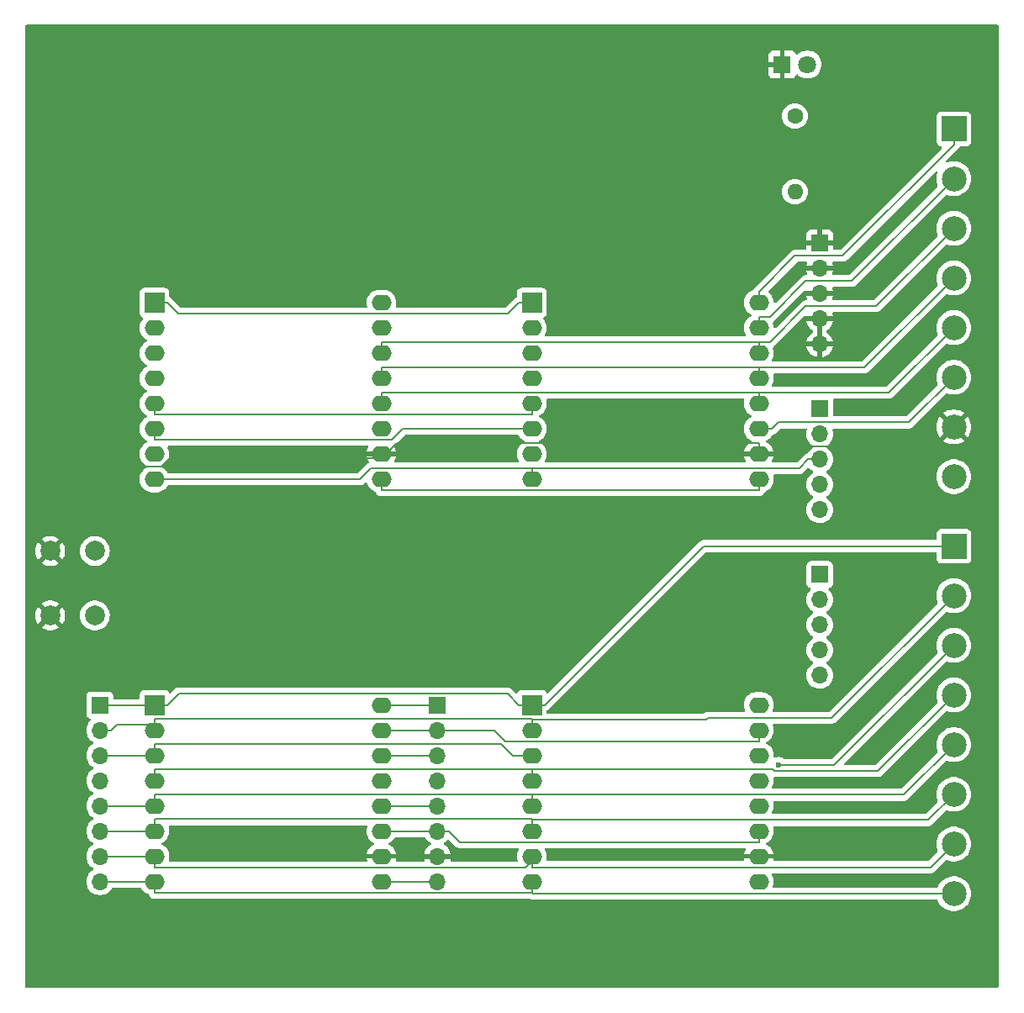
<source format=gbr>
%TF.GenerationSoftware,KiCad,Pcbnew,8.0.3*%
%TF.CreationDate,2024-06-10T16:35:51-04:00*%
%TF.ProjectId,Kicad 8,4b696361-6420-4382-9e6b-696361645f70,rev?*%
%TF.SameCoordinates,Original*%
%TF.FileFunction,Copper,L1,Top*%
%TF.FilePolarity,Positive*%
%FSLAX46Y46*%
G04 Gerber Fmt 4.6, Leading zero omitted, Abs format (unit mm)*
G04 Created by KiCad (PCBNEW 8.0.3) date 2024-06-10 16:35:51*
%MOMM*%
%LPD*%
G01*
G04 APERTURE LIST*
%TA.AperFunction,ComponentPad*%
%ADD10C,2.000000*%
%TD*%
%TA.AperFunction,ComponentPad*%
%ADD11R,2.000000X2.000000*%
%TD*%
%TA.AperFunction,ComponentPad*%
%ADD12O,2.000000X1.600000*%
%TD*%
%TA.AperFunction,ComponentPad*%
%ADD13R,1.700000X1.700000*%
%TD*%
%TA.AperFunction,ComponentPad*%
%ADD14O,1.700000X1.700000*%
%TD*%
%TA.AperFunction,ComponentPad*%
%ADD15C,1.600000*%
%TD*%
%TA.AperFunction,ComponentPad*%
%ADD16O,1.600000X1.600000*%
%TD*%
%TA.AperFunction,ComponentPad*%
%ADD17R,2.500000X2.500000*%
%TD*%
%TA.AperFunction,ComponentPad*%
%ADD18C,2.500000*%
%TD*%
%TA.AperFunction,ComponentPad*%
%ADD19R,1.800000X1.800000*%
%TD*%
%TA.AperFunction,ComponentPad*%
%ADD20C,1.800000*%
%TD*%
%TA.AperFunction,ViaPad*%
%ADD21C,0.600000*%
%TD*%
%TA.AperFunction,Conductor*%
%ADD22C,0.200000*%
%TD*%
G04 APERTURE END LIST*
D10*
%TO.P,SW1,1,1*%
%TO.N,GND*%
X83000000Y-85500000D03*
X83000000Y-79000000D03*
%TO.P,SW1,2,2*%
%TO.N,Net-(J2-Pin_1)*%
X87500000Y-85500000D03*
X87500000Y-79000000D03*
%TD*%
D11*
%TO.P,U4,1,~{RST}*%
%TO.N,Net-(J2-Pin_1)*%
X131500000Y-54000000D03*
D12*
%TO.P,U4,2,A0*%
%TO.N,Net-(J2-Pin_2)*%
X131500000Y-56540000D03*
%TO.P,U4,3,D0*%
%TO.N,Net-(J2-Pin_3)*%
X131500000Y-59080000D03*
%TO.P,U4,4,SCK/D5*%
%TO.N,Net-(J2-Pin_4)*%
X131500000Y-61620000D03*
%TO.P,U4,5,MISO/D6*%
%TO.N,Net-(J2-Pin_5)*%
X131500000Y-64160000D03*
%TO.P,U4,6,MOSI/D7*%
%TO.N,Net-(J2-Pin_6)*%
X131500000Y-66700000D03*
%TO.P,U4,7,CS/D8*%
%TO.N,Net-(J2-Pin_7)*%
X131500000Y-69240000D03*
%TO.P,U4,8,3V3*%
%TO.N,Net-(J2-Pin_8)*%
X131500000Y-71780000D03*
%TO.P,U4,9,5V*%
%TO.N,Net-(J1-Pin_8)*%
X154360000Y-71780000D03*
%TO.P,U4,10,GND*%
%TO.N,GND*%
X154360000Y-69240000D03*
%TO.P,U4,11,D4*%
%TO.N,Net-(J1-Pin_6)*%
X154360000Y-66700000D03*
%TO.P,U4,12,D3*%
%TO.N,Net-(J1-Pin_5)*%
X154360000Y-64160000D03*
%TO.P,U4,13,SDA/D2*%
%TO.N,Net-(J1-Pin_4)*%
X154360000Y-61620000D03*
%TO.P,U4,14,SCL/D1*%
%TO.N,Net-(J1-Pin_3)*%
X154360000Y-59080000D03*
%TO.P,U4,15,RX*%
%TO.N,Net-(J1-Pin_2)*%
X154360000Y-56540000D03*
%TO.P,U4,16,TX*%
%TO.N,Net-(J1-Pin_1)*%
X154360000Y-54000000D03*
%TD*%
D13*
%TO.P,J2,1,Pin_1*%
%TO.N,Net-(J2-Pin_1)*%
X88000000Y-94515000D03*
D14*
%TO.P,J2,2,Pin_2*%
%TO.N,Net-(J2-Pin_2)*%
X88000000Y-97055000D03*
%TO.P,J2,3,Pin_3*%
%TO.N,Net-(J2-Pin_3)*%
X88000000Y-99595000D03*
%TO.P,J2,4,Pin_4*%
%TO.N,Net-(J2-Pin_4)*%
X88000000Y-102135000D03*
%TO.P,J2,5,Pin_5*%
%TO.N,Net-(J2-Pin_5)*%
X88000000Y-104675000D03*
%TO.P,J2,6,Pin_6*%
%TO.N,Net-(J2-Pin_6)*%
X88000000Y-107215000D03*
%TO.P,J2,7,Pin_7*%
%TO.N,Net-(J2-Pin_7)*%
X88000000Y-109755000D03*
%TO.P,J2,8,Pin_8*%
%TO.N,Net-(J2-Pin_8)*%
X88000000Y-112295000D03*
%TD*%
D15*
%TO.P,R1,1*%
%TO.N,Net-(D1-A)*%
X158000000Y-35190000D03*
D16*
%TO.P,R1,2*%
%TO.N,Net-(J1-Pin_8)*%
X158000000Y-42810000D03*
%TD*%
D13*
%TO.P,J1,1,Pin_1*%
%TO.N,Net-(J1-Pin_1)*%
X122000000Y-94515000D03*
D14*
%TO.P,J1,2,Pin_2*%
%TO.N,Net-(J1-Pin_2)*%
X122000000Y-97055000D03*
%TO.P,J1,3,Pin_3*%
%TO.N,Net-(J1-Pin_3)*%
X122000000Y-99595000D03*
%TO.P,J1,4,Pin_4*%
%TO.N,Net-(J1-Pin_4)*%
X122000000Y-102135000D03*
%TO.P,J1,5,Pin_5*%
%TO.N,Net-(J1-Pin_5)*%
X122000000Y-104675000D03*
%TO.P,J1,6,Pin_6*%
%TO.N,Net-(J1-Pin_6)*%
X122000000Y-107215000D03*
%TO.P,J1,7,Pin_7*%
%TO.N,GND*%
X122000000Y-109755000D03*
%TO.P,J1,8,Pin_8*%
%TO.N,Net-(J1-Pin_8)*%
X122000000Y-112295000D03*
%TD*%
D11*
%TO.P,U3,1,~{RST}*%
%TO.N,Net-(J2-Pin_1)*%
X93500000Y-54000000D03*
D12*
%TO.P,U3,2,A0*%
%TO.N,Net-(J2-Pin_2)*%
X93500000Y-56540000D03*
%TO.P,U3,3,D0*%
%TO.N,Net-(J2-Pin_3)*%
X93500000Y-59080000D03*
%TO.P,U3,4,SCK/D5*%
%TO.N,Net-(J2-Pin_4)*%
X93500000Y-61620000D03*
%TO.P,U3,5,MISO/D6*%
%TO.N,Net-(J2-Pin_5)*%
X93500000Y-64160000D03*
%TO.P,U3,6,MOSI/D7*%
%TO.N,Net-(J2-Pin_6)*%
X93500000Y-66700000D03*
%TO.P,U3,7,CS/D8*%
%TO.N,Net-(J2-Pin_7)*%
X93500000Y-69240000D03*
%TO.P,U3,8,3V3*%
%TO.N,Net-(J2-Pin_8)*%
X93500000Y-71780000D03*
%TO.P,U3,9,5V*%
%TO.N,Net-(J1-Pin_8)*%
X116360000Y-71780000D03*
%TO.P,U3,10,GND*%
%TO.N,GND*%
X116360000Y-69240000D03*
%TO.P,U3,11,D4*%
%TO.N,Net-(J1-Pin_6)*%
X116360000Y-66700000D03*
%TO.P,U3,12,D3*%
%TO.N,Net-(J1-Pin_5)*%
X116360000Y-64160000D03*
%TO.P,U3,13,SDA/D2*%
%TO.N,Net-(J1-Pin_4)*%
X116360000Y-61620000D03*
%TO.P,U3,14,SCL/D1*%
%TO.N,Net-(J1-Pin_3)*%
X116360000Y-59080000D03*
%TO.P,U3,15,RX*%
%TO.N,Net-(J1-Pin_2)*%
X116360000Y-56540000D03*
%TO.P,U3,16,TX*%
%TO.N,Net-(J1-Pin_1)*%
X116360000Y-54000000D03*
%TD*%
D11*
%TO.P,U2,1,~{RST}*%
%TO.N,Net-(J2-Pin_1)*%
X131500000Y-94500000D03*
D12*
%TO.P,U2,2,A0*%
%TO.N,Net-(J2-Pin_2)*%
X131500000Y-97040000D03*
%TO.P,U2,3,D0*%
%TO.N,Net-(J2-Pin_3)*%
X131500000Y-99580000D03*
%TO.P,U2,4,SCK/D5*%
%TO.N,Net-(J2-Pin_4)*%
X131500000Y-102120000D03*
%TO.P,U2,5,MISO/D6*%
%TO.N,Net-(J2-Pin_5)*%
X131500000Y-104660000D03*
%TO.P,U2,6,MOSI/D7*%
%TO.N,Net-(J2-Pin_6)*%
X131500000Y-107200000D03*
%TO.P,U2,7,CS/D8*%
%TO.N,Net-(J2-Pin_7)*%
X131500000Y-109740000D03*
%TO.P,U2,8,3V3*%
%TO.N,Net-(J2-Pin_8)*%
X131500000Y-112280000D03*
%TO.P,U2,9,5V*%
%TO.N,Net-(J1-Pin_8)*%
X154360000Y-112280000D03*
%TO.P,U2,10,GND*%
%TO.N,GND*%
X154360000Y-109740000D03*
%TO.P,U2,11,D4*%
%TO.N,Net-(J1-Pin_6)*%
X154360000Y-107200000D03*
%TO.P,U2,12,D3*%
%TO.N,Net-(J1-Pin_5)*%
X154360000Y-104660000D03*
%TO.P,U2,13,SDA/D2*%
%TO.N,Net-(J1-Pin_4)*%
X154360000Y-102120000D03*
%TO.P,U2,14,SCL/D1*%
%TO.N,Net-(J1-Pin_3)*%
X154360000Y-99580000D03*
%TO.P,U2,15,RX*%
%TO.N,Net-(J1-Pin_2)*%
X154360000Y-97040000D03*
%TO.P,U2,16,TX*%
%TO.N,Net-(J1-Pin_1)*%
X154360000Y-94500000D03*
%TD*%
D13*
%TO.P,J5,1,Pin_1*%
%TO.N,Net-(J1-Pin_8)*%
X160500000Y-81371200D03*
D14*
%TO.P,J5,2,Pin_2*%
X160500000Y-83911200D03*
%TO.P,J5,3,Pin_3*%
X160500000Y-86451200D03*
%TO.P,J5,4,Pin_4*%
X160500000Y-88991200D03*
%TO.P,J5,5,Pin_5*%
X160500000Y-91531200D03*
%TD*%
D13*
%TO.P,J7,1,Pin_1*%
%TO.N,GND*%
X160500000Y-48000000D03*
D14*
%TO.P,J7,2,Pin_2*%
X160500000Y-50540000D03*
%TO.P,J7,3,Pin_3*%
X160500000Y-53080000D03*
%TO.P,J7,4,Pin_4*%
X160500000Y-55620000D03*
%TO.P,J7,5,Pin_5*%
X160500000Y-58160000D03*
%TD*%
D17*
%TO.P,J4,1,Pin_1*%
%TO.N,Net-(J1-Pin_1)*%
X174000000Y-36500000D03*
D18*
%TO.P,J4,2,Pin_2*%
%TO.N,Net-(J1-Pin_2)*%
X174000000Y-41500000D03*
%TO.P,J4,3,Pin_3*%
%TO.N,Net-(J1-Pin_3)*%
X174000000Y-46500000D03*
%TO.P,J4,4,Pin_4*%
%TO.N,Net-(J1-Pin_4)*%
X174000000Y-51500000D03*
%TO.P,J4,5,Pin_5*%
%TO.N,Net-(J1-Pin_5)*%
X174000000Y-56500000D03*
%TO.P,J4,6,Pin_6*%
%TO.N,Net-(J1-Pin_6)*%
X174000000Y-61500000D03*
%TO.P,J4,7,Pin_7*%
%TO.N,GND*%
X174000000Y-66500000D03*
%TO.P,J4,8,Pin_8*%
%TO.N,Net-(J1-Pin_8)*%
X174000000Y-71500000D03*
%TD*%
D13*
%TO.P,J6,1,Pin_1*%
%TO.N,Net-(J2-Pin_8)*%
X160500000Y-64685600D03*
D14*
%TO.P,J6,2,Pin_2*%
X160500000Y-67225600D03*
%TO.P,J6,3,Pin_3*%
X160500000Y-69765600D03*
%TO.P,J6,4,Pin_4*%
X160500000Y-72305600D03*
%TO.P,J6,5,Pin_5*%
X160500000Y-74845600D03*
%TD*%
D17*
%TO.P,J3,1,Pin_1*%
%TO.N,Net-(J2-Pin_1)*%
X174000000Y-78500000D03*
D18*
%TO.P,J3,2,Pin_2*%
%TO.N,Net-(J2-Pin_2)*%
X174000000Y-83500000D03*
%TO.P,J3,3,Pin_3*%
%TO.N,Net-(J2-Pin_3)*%
X174000000Y-88500000D03*
%TO.P,J3,4,Pin_4*%
%TO.N,Net-(J2-Pin_4)*%
X174000000Y-93500000D03*
%TO.P,J3,5,Pin_5*%
%TO.N,Net-(J2-Pin_5)*%
X174000000Y-98500000D03*
%TO.P,J3,6,Pin_6*%
%TO.N,Net-(J2-Pin_6)*%
X174000000Y-103500000D03*
%TO.P,J3,7,Pin_7*%
%TO.N,Net-(J2-Pin_7)*%
X174000000Y-108500000D03*
%TO.P,J3,8,Pin_8*%
%TO.N,Net-(J2-Pin_8)*%
X174000000Y-113500000D03*
%TD*%
D19*
%TO.P,D1,1,K*%
%TO.N,GND*%
X156725000Y-30000000D03*
D20*
%TO.P,D1,2,A*%
%TO.N,Net-(D1-A)*%
X159265000Y-30000000D03*
%TD*%
D11*
%TO.P,U1,1,~{RST}*%
%TO.N,Net-(J2-Pin_1)*%
X93500000Y-94500000D03*
D12*
%TO.P,U1,2,A0*%
%TO.N,Net-(J2-Pin_2)*%
X93500000Y-97040000D03*
%TO.P,U1,3,D0*%
%TO.N,Net-(J2-Pin_3)*%
X93500000Y-99580000D03*
%TO.P,U1,4,SCK/D5*%
%TO.N,Net-(J2-Pin_4)*%
X93500000Y-102120000D03*
%TO.P,U1,5,MISO/D6*%
%TO.N,Net-(J2-Pin_5)*%
X93500000Y-104660000D03*
%TO.P,U1,6,MOSI/D7*%
%TO.N,Net-(J2-Pin_6)*%
X93500000Y-107200000D03*
%TO.P,U1,7,CS/D8*%
%TO.N,Net-(J2-Pin_7)*%
X93500000Y-109740000D03*
%TO.P,U1,8,3V3*%
%TO.N,Net-(J2-Pin_8)*%
X93500000Y-112280000D03*
%TO.P,U1,9,5V*%
%TO.N,Net-(J1-Pin_8)*%
X116360000Y-112280000D03*
%TO.P,U1,10,GND*%
%TO.N,GND*%
X116360000Y-109740000D03*
%TO.P,U1,11,D4*%
%TO.N,Net-(J1-Pin_6)*%
X116360000Y-107200000D03*
%TO.P,U1,12,D3*%
%TO.N,Net-(J1-Pin_5)*%
X116360000Y-104660000D03*
%TO.P,U1,13,SDA/D2*%
%TO.N,Net-(J1-Pin_4)*%
X116360000Y-102120000D03*
%TO.P,U1,14,SCL/D1*%
%TO.N,Net-(J1-Pin_3)*%
X116360000Y-99580000D03*
%TO.P,U1,15,RX*%
%TO.N,Net-(J1-Pin_2)*%
X116360000Y-97040000D03*
%TO.P,U1,16,TX*%
%TO.N,Net-(J1-Pin_1)*%
X116360000Y-94500000D03*
%TD*%
D21*
%TO.N,Net-(J2-Pin_3)*%
X156374600Y-100546200D03*
%TD*%
D22*
%TO.N,GND*%
X156725000Y-30000000D02*
X156725000Y-31201700D01*
X156725000Y-31201700D02*
X160500000Y-34976700D01*
X160500000Y-34976700D02*
X160500000Y-48000000D01*
X116360000Y-69690000D02*
X95022000Y-69690000D01*
X95022000Y-69690000D02*
X94202000Y-70510000D01*
X94202000Y-70510000D02*
X91490000Y-70510000D01*
X91490000Y-70510000D02*
X83000000Y-79000000D01*
X154360000Y-68138300D02*
X117911700Y-68138300D01*
X117911700Y-68138300D02*
X116360000Y-69690000D01*
X154360000Y-69240000D02*
X154360000Y-68138300D01*
X116360000Y-69240000D02*
X116360000Y-69690000D01*
X154360000Y-69240000D02*
X155661700Y-69240000D01*
X155661700Y-69240000D02*
X156406100Y-68495600D01*
X156406100Y-68495600D02*
X172004400Y-68495600D01*
X172004400Y-68495600D02*
X174000000Y-66500000D01*
X117661700Y-109740000D02*
X117676700Y-109755000D01*
X117676700Y-109755000D02*
X122000000Y-109755000D01*
X116360000Y-109740000D02*
X117661700Y-109740000D01*
%TO.N,Net-(J1-Pin_3)*%
X116360000Y-59080000D02*
X116360000Y-57978300D01*
X116360000Y-57978300D02*
X154360000Y-57978300D01*
X154360000Y-59080000D02*
X154360000Y-57978300D01*
X174000000Y-46500000D02*
X166150000Y-54350000D01*
X166150000Y-54350000D02*
X159090000Y-54350000D01*
X159090000Y-54350000D02*
X155461700Y-57978300D01*
X155461700Y-57978300D02*
X154360000Y-57978300D01*
X116360000Y-99580000D02*
X117661700Y-99580000D01*
X122000000Y-99595000D02*
X117676700Y-99595000D01*
X117676700Y-99595000D02*
X117661700Y-99580000D01*
%TO.N,Net-(J1-Pin_4)*%
X174000000Y-51500000D02*
X164981700Y-60518300D01*
X164981700Y-60518300D02*
X154360000Y-60518300D01*
X154360000Y-61620000D02*
X154360000Y-60518300D01*
X116360000Y-61620000D02*
X116360000Y-60518300D01*
X116360000Y-60518300D02*
X154360000Y-60518300D01*
%TO.N,Net-(J1-Pin_1)*%
X154360000Y-54000000D02*
X154360000Y-52898300D01*
X174000000Y-36500000D02*
X174000000Y-38051700D01*
X174000000Y-38051700D02*
X162781700Y-49270000D01*
X162781700Y-49270000D02*
X157988300Y-49270000D01*
X157988300Y-49270000D02*
X154360000Y-52898300D01*
X122000000Y-94515000D02*
X120848300Y-94515000D01*
X120848300Y-94515000D02*
X120833300Y-94500000D01*
X120833300Y-94500000D02*
X117661700Y-94500000D01*
X116360000Y-94500000D02*
X117661700Y-94500000D01*
%TO.N,Net-(J1-Pin_5)*%
X116360000Y-64160000D02*
X116360000Y-63058300D01*
X116360000Y-63058300D02*
X154360000Y-63058300D01*
X154360000Y-64160000D02*
X154360000Y-63058300D01*
X174000000Y-56500000D02*
X167441700Y-63058300D01*
X167441700Y-63058300D02*
X154360000Y-63058300D01*
X116360000Y-104660000D02*
X117661700Y-104660000D01*
X122000000Y-104675000D02*
X117676700Y-104675000D01*
X117676700Y-104675000D02*
X117661700Y-104660000D01*
%TO.N,Net-(J1-Pin_2)*%
X154360000Y-56540000D02*
X154360000Y-55438300D01*
X174000000Y-41500000D02*
X163690000Y-51810000D01*
X163690000Y-51810000D02*
X159090000Y-51810000D01*
X159090000Y-51810000D02*
X155461700Y-55438300D01*
X155461700Y-55438300D02*
X154360000Y-55438300D01*
X154360000Y-97040000D02*
X154360000Y-98141700D01*
X122000000Y-97055000D02*
X127717500Y-97055000D01*
X127717500Y-97055000D02*
X128804200Y-98141700D01*
X128804200Y-98141700D02*
X154360000Y-98141700D01*
X117661700Y-97040000D02*
X117676700Y-97055000D01*
X117676700Y-97055000D02*
X122000000Y-97055000D01*
X116360000Y-97040000D02*
X117661700Y-97040000D01*
%TO.N,Net-(J1-Pin_6)*%
X122000000Y-107215000D02*
X123151700Y-107215000D01*
X154360000Y-107200000D02*
X154360000Y-108301700D01*
X154360000Y-108301700D02*
X124238400Y-108301700D01*
X124238400Y-108301700D02*
X123151700Y-107215000D01*
X154360000Y-66700000D02*
X155661700Y-66700000D01*
X174000000Y-61500000D02*
X169449900Y-66050100D01*
X169449900Y-66050100D02*
X156311600Y-66050100D01*
X156311600Y-66050100D02*
X155661700Y-66700000D01*
X117661700Y-107200000D02*
X117676700Y-107215000D01*
X117676700Y-107215000D02*
X122000000Y-107215000D01*
X116360000Y-107200000D02*
X117661700Y-107200000D01*
%TO.N,Net-(J1-Pin_8)*%
X116360000Y-71780000D02*
X116360000Y-72881700D01*
X154360000Y-71780000D02*
X154360000Y-72881700D01*
X154360000Y-72881700D02*
X116360000Y-72881700D01*
X117661700Y-112280000D02*
X117676700Y-112295000D01*
X117676700Y-112295000D02*
X122000000Y-112295000D01*
X116360000Y-112280000D02*
X117661700Y-112280000D01*
%TO.N,Net-(J2-Pin_1)*%
X131500000Y-94500000D02*
X130198300Y-94500000D01*
X93500000Y-94500000D02*
X94801700Y-94500000D01*
X94801700Y-94500000D02*
X95938400Y-93363300D01*
X95938400Y-93363300D02*
X129061600Y-93363300D01*
X129061600Y-93363300D02*
X130198300Y-94500000D01*
X92849200Y-94500000D02*
X93500000Y-94500000D01*
X131500000Y-94500000D02*
X132801700Y-94500000D01*
X174000000Y-78500000D02*
X148801700Y-78500000D01*
X148801700Y-78500000D02*
X132801700Y-94500000D01*
X92849200Y-94500000D02*
X92198300Y-94500000D01*
X93500000Y-54000000D02*
X94801700Y-54000000D01*
X131500000Y-54000000D02*
X130198300Y-54000000D01*
X130198300Y-54000000D02*
X129087100Y-55111200D01*
X129087100Y-55111200D02*
X95912900Y-55111200D01*
X95912900Y-55111200D02*
X94801700Y-54000000D01*
X88000000Y-94515000D02*
X92183300Y-94515000D01*
X92183300Y-94515000D02*
X92198300Y-94500000D01*
%TO.N,Net-(J2-Pin_3)*%
X174000000Y-88500000D02*
X161953800Y-100546200D01*
X161953800Y-100546200D02*
X156374600Y-100546200D01*
X93500000Y-98478300D02*
X93576700Y-98401600D01*
X93576700Y-98401600D02*
X128428700Y-98401600D01*
X128428700Y-98401600D02*
X129607100Y-99580000D01*
X129607100Y-99580000D02*
X131500000Y-99580000D01*
X93500000Y-99580000D02*
X92198300Y-99580000D01*
X88000000Y-99595000D02*
X92183300Y-99595000D01*
X92183300Y-99595000D02*
X92198300Y-99580000D01*
X93500000Y-99580000D02*
X93500000Y-98478300D01*
%TO.N,Net-(J2-Pin_2)*%
X174000000Y-83500000D02*
X161699800Y-95800200D01*
X161699800Y-95800200D02*
X149229600Y-95800200D01*
X149229600Y-95800200D02*
X149056300Y-95973500D01*
X149056300Y-95973500D02*
X131500000Y-95973500D01*
X88000000Y-97055000D02*
X89151700Y-97055000D01*
X93500000Y-96489100D02*
X89717600Y-96489100D01*
X89717600Y-96489100D02*
X89151700Y-97055000D01*
X93500000Y-96489100D02*
X93500000Y-95938300D01*
X93500000Y-97040000D02*
X93500000Y-96489100D01*
X131500000Y-96055900D02*
X131500000Y-95973500D01*
X93500000Y-95938300D02*
X93535600Y-95902700D01*
X93535600Y-95902700D02*
X131429200Y-95902700D01*
X131429200Y-95902700D02*
X131500000Y-95973500D01*
X131500000Y-96097200D02*
X131500000Y-96055900D01*
X131500000Y-97040000D02*
X131500000Y-96097200D01*
%TO.N,Net-(J2-Pin_5)*%
X93500000Y-104660000D02*
X93500000Y-103558300D01*
X93500000Y-103558300D02*
X93576700Y-103481600D01*
X93576700Y-103481600D02*
X131423300Y-103481600D01*
X131423300Y-103481600D02*
X131500000Y-103558300D01*
X89151700Y-104675000D02*
X89166700Y-104660000D01*
X89166700Y-104660000D02*
X93500000Y-104660000D01*
X131500000Y-104660000D02*
X131500000Y-103558300D01*
X174000000Y-98500000D02*
X168941700Y-103558300D01*
X168941700Y-103558300D02*
X131500000Y-103558300D01*
X88000000Y-104675000D02*
X89151700Y-104675000D01*
X93500000Y-64160000D02*
X93500000Y-65261700D01*
X131500000Y-64160000D02*
X131500000Y-65261700D01*
X131500000Y-65261700D02*
X93500000Y-65261700D01*
%TO.N,Net-(J2-Pin_7)*%
X93500000Y-109740000D02*
X92198300Y-109740000D01*
X88000000Y-109755000D02*
X92183300Y-109755000D01*
X92183300Y-109755000D02*
X92198300Y-109740000D01*
X93500000Y-109740000D02*
X93500000Y-110841700D01*
X131500000Y-110273600D02*
X130855700Y-110917900D01*
X130855700Y-110917900D02*
X93576200Y-110917900D01*
X93576200Y-110917900D02*
X93500000Y-110841700D01*
X131500000Y-110273600D02*
X131500000Y-110841700D01*
X131500000Y-109740000D02*
X131500000Y-110273600D01*
X131500000Y-110841700D02*
X171658300Y-110841700D01*
X171658300Y-110841700D02*
X174000000Y-108500000D01*
%TO.N,Net-(J2-Pin_6)*%
X93500000Y-66700000D02*
X93500000Y-67801700D01*
X93500000Y-67801700D02*
X117410200Y-67801700D01*
X117410200Y-67801700D02*
X118511900Y-66700000D01*
X118511900Y-66700000D02*
X131500000Y-66700000D01*
X93500000Y-107200000D02*
X92198300Y-107200000D01*
X88000000Y-107215000D02*
X92183300Y-107215000D01*
X92183300Y-107215000D02*
X92198300Y-107200000D01*
X93500000Y-107200000D02*
X93500000Y-106098300D01*
X131500000Y-106098300D02*
X131415800Y-106014100D01*
X131415800Y-106014100D02*
X93584200Y-106014100D01*
X93584200Y-106014100D02*
X93500000Y-106098300D01*
X131500000Y-106181600D02*
X131500000Y-106098300D01*
X131500000Y-107200000D02*
X131500000Y-106181600D01*
X174000000Y-103500000D02*
X171401700Y-106098300D01*
X171401700Y-106098300D02*
X131500000Y-106098300D01*
%TO.N,Net-(J2-Pin_8)*%
X159348300Y-69765600D02*
X158435600Y-70678300D01*
X158435600Y-70678300D02*
X131500000Y-70678300D01*
X131500000Y-70678300D02*
X115291700Y-70678300D01*
X115291700Y-70678300D02*
X114190000Y-71780000D01*
X114190000Y-71780000D02*
X93500000Y-71780000D01*
X131500000Y-70694100D02*
X131500000Y-70678300D01*
X131500000Y-71780000D02*
X131500000Y-70694100D01*
X93500000Y-112280000D02*
X92198300Y-112280000D01*
X88000000Y-112295000D02*
X92183300Y-112295000D01*
X92183300Y-112295000D02*
X92198300Y-112280000D01*
X131500000Y-113381700D02*
X131618300Y-113500000D01*
X131618300Y-113500000D02*
X174000000Y-113500000D01*
X131500000Y-113381700D02*
X131435000Y-113446700D01*
X131435000Y-113446700D02*
X93565000Y-113446700D01*
X93565000Y-113446700D02*
X93500000Y-113381700D01*
X93500000Y-112280000D02*
X93500000Y-113381700D01*
X160500000Y-69765600D02*
X159348300Y-69765600D01*
X131500000Y-112280000D02*
X131500000Y-113381700D01*
%TO.N,Net-(J2-Pin_4)*%
X131500000Y-101018300D02*
X155786800Y-101018300D01*
X155786800Y-101018300D02*
X155916400Y-101147900D01*
X155916400Y-101147900D02*
X166352100Y-101147900D01*
X166352100Y-101147900D02*
X174000000Y-93500000D01*
X93500000Y-102120000D02*
X93500000Y-101018300D01*
X93500000Y-101018300D02*
X93576700Y-100941600D01*
X93576700Y-100941600D02*
X131423300Y-100941600D01*
X131423300Y-100941600D02*
X131500000Y-101018300D01*
X131500000Y-102120000D02*
X131500000Y-101018300D01*
%TD*%
%TA.AperFunction,Conductor*%
%TO.N,GND*%
G36*
X114879149Y-106634285D02*
G01*
X114924904Y-106687089D01*
X114934848Y-106756247D01*
X114930041Y-106776918D01*
X114891523Y-106895461D01*
X114891523Y-106895464D01*
X114859500Y-107097648D01*
X114859500Y-107302351D01*
X114891522Y-107504534D01*
X114954781Y-107699223D01*
X115014028Y-107815500D01*
X115046007Y-107878262D01*
X115047715Y-107881613D01*
X115168028Y-108047213D01*
X115312786Y-108191971D01*
X115467749Y-108304556D01*
X115478390Y-108312287D01*
X115550424Y-108348990D01*
X115571629Y-108359795D01*
X115622425Y-108407770D01*
X115639220Y-108475591D01*
X115616682Y-108541726D01*
X115571629Y-108580765D01*
X115478650Y-108628140D01*
X115313105Y-108748417D01*
X115313104Y-108748417D01*
X115168417Y-108893104D01*
X115168417Y-108893105D01*
X115048140Y-109058650D01*
X114955244Y-109240970D01*
X114892009Y-109435586D01*
X114883391Y-109490000D01*
X115926988Y-109490000D01*
X115894075Y-109547007D01*
X115860000Y-109674174D01*
X115860000Y-109805826D01*
X115894075Y-109932993D01*
X115926988Y-109990000D01*
X114883391Y-109990000D01*
X114892009Y-110044413D01*
X114927968Y-110155082D01*
X114929963Y-110224923D01*
X114893883Y-110284756D01*
X114831182Y-110315584D01*
X114810037Y-110317400D01*
X95050489Y-110317400D01*
X94983450Y-110297715D01*
X94937695Y-110244911D01*
X94927751Y-110175753D01*
X94932558Y-110155081D01*
X94968477Y-110044534D01*
X94986144Y-109932993D01*
X95000500Y-109842352D01*
X95000500Y-109637648D01*
X94968477Y-109435465D01*
X94921649Y-109291344D01*
X94905220Y-109240781D01*
X94905218Y-109240778D01*
X94905218Y-109240776D01*
X94866617Y-109165019D01*
X94812287Y-109058390D01*
X94779910Y-109013826D01*
X94691971Y-108892786D01*
X94547213Y-108748028D01*
X94381614Y-108627715D01*
X94375006Y-108624348D01*
X94288917Y-108580483D01*
X94238123Y-108532511D01*
X94221328Y-108464690D01*
X94243865Y-108398555D01*
X94288917Y-108359516D01*
X94381610Y-108312287D01*
X94462534Y-108253493D01*
X94547213Y-108191971D01*
X94547215Y-108191968D01*
X94547219Y-108191966D01*
X94691966Y-108047219D01*
X94691968Y-108047215D01*
X94691971Y-108047213D01*
X94804132Y-107892834D01*
X94812287Y-107881610D01*
X94905220Y-107699219D01*
X94968477Y-107504534D01*
X95000500Y-107302352D01*
X95000500Y-107097648D01*
X94968477Y-106895466D01*
X94968476Y-106895462D01*
X94968476Y-106895461D01*
X94929959Y-106776918D01*
X94927964Y-106707077D01*
X94964044Y-106647244D01*
X95026745Y-106616416D01*
X95047890Y-106614600D01*
X114812110Y-106614600D01*
X114879149Y-106634285D01*
G37*
%TD.AperFunction*%
%TA.AperFunction,Conductor*%
G36*
X120777948Y-107835185D02*
G01*
X120823292Y-107887097D01*
X120825965Y-107892830D01*
X120952059Y-108072911D01*
X120961501Y-108086395D01*
X120961506Y-108086402D01*
X121128597Y-108253493D01*
X121128603Y-108253498D01*
X121314594Y-108383730D01*
X121358219Y-108438307D01*
X121365413Y-108507805D01*
X121333890Y-108570160D01*
X121314595Y-108586880D01*
X121128922Y-108716890D01*
X121128920Y-108716891D01*
X120961891Y-108883920D01*
X120961886Y-108883926D01*
X120826400Y-109077420D01*
X120826399Y-109077422D01*
X120726570Y-109291507D01*
X120726567Y-109291513D01*
X120669364Y-109504999D01*
X120669364Y-109505000D01*
X121566988Y-109505000D01*
X121534075Y-109562007D01*
X121500000Y-109689174D01*
X121500000Y-109820826D01*
X121534075Y-109947993D01*
X121566988Y-110005000D01*
X120669364Y-110005000D01*
X120711246Y-110161306D01*
X120709583Y-110231156D01*
X120670421Y-110289019D01*
X120606192Y-110316523D01*
X120591471Y-110317400D01*
X117909963Y-110317400D01*
X117842924Y-110297715D01*
X117797169Y-110244911D01*
X117787225Y-110175753D01*
X117792032Y-110155082D01*
X117827990Y-110044413D01*
X117836609Y-109990000D01*
X116793012Y-109990000D01*
X116825925Y-109932993D01*
X116860000Y-109805826D01*
X116860000Y-109674174D01*
X116825925Y-109547007D01*
X116793012Y-109490000D01*
X117836609Y-109490000D01*
X117827990Y-109435586D01*
X117764755Y-109240970D01*
X117671859Y-109058650D01*
X117551582Y-108893105D01*
X117551582Y-108893104D01*
X117406895Y-108748417D01*
X117241349Y-108628140D01*
X117148370Y-108580765D01*
X117097574Y-108532790D01*
X117080779Y-108464969D01*
X117103316Y-108398835D01*
X117148370Y-108359795D01*
X117148920Y-108359515D01*
X117241610Y-108312287D01*
X117322534Y-108253493D01*
X117407213Y-108191971D01*
X117407215Y-108191968D01*
X117407219Y-108191966D01*
X117551966Y-108047219D01*
X117551968Y-108047215D01*
X117551971Y-108047213D01*
X117672287Y-107881610D01*
X117674832Y-107877458D01*
X117676144Y-107878262D01*
X117719444Y-107832412D01*
X117781959Y-107815500D01*
X120710909Y-107815500D01*
X120777948Y-107835185D01*
G37*
%TD.AperFunction*%
%TA.AperFunction,Conductor*%
G36*
X123149513Y-108077895D02*
G01*
X123193861Y-108106396D01*
X123753539Y-108666074D01*
X123753549Y-108666085D01*
X123757879Y-108670415D01*
X123757880Y-108670416D01*
X123869684Y-108782220D01*
X123956495Y-108832339D01*
X123956497Y-108832341D01*
X123994551Y-108854311D01*
X124006615Y-108861277D01*
X124159343Y-108902201D01*
X124159346Y-108902201D01*
X124325053Y-108902201D01*
X124325069Y-108902200D01*
X130064946Y-108902200D01*
X130131985Y-108921885D01*
X130177740Y-108974689D01*
X130187684Y-109043847D01*
X130175431Y-109082495D01*
X130094781Y-109240776D01*
X130031522Y-109435465D01*
X129999500Y-109637648D01*
X129999500Y-109842351D01*
X130031522Y-110044534D01*
X130067442Y-110155081D01*
X130069437Y-110224923D01*
X130033357Y-110284756D01*
X129970656Y-110315584D01*
X129949511Y-110317400D01*
X123408529Y-110317400D01*
X123341490Y-110297715D01*
X123295735Y-110244911D01*
X123285791Y-110175753D01*
X123288754Y-110161306D01*
X123330636Y-110005000D01*
X122433012Y-110005000D01*
X122465925Y-109947993D01*
X122500000Y-109820826D01*
X122500000Y-109689174D01*
X122465925Y-109562007D01*
X122433012Y-109505000D01*
X123330636Y-109505000D01*
X123330635Y-109504999D01*
X123273432Y-109291513D01*
X123273429Y-109291507D01*
X123173600Y-109077422D01*
X123173599Y-109077420D01*
X123038113Y-108883926D01*
X123038108Y-108883920D01*
X122871078Y-108716890D01*
X122685405Y-108586879D01*
X122641780Y-108532302D01*
X122634588Y-108462804D01*
X122666110Y-108400449D01*
X122685406Y-108383730D01*
X122719589Y-108359795D01*
X122871401Y-108253495D01*
X123018502Y-108106393D01*
X123079822Y-108072911D01*
X123149513Y-108077895D01*
G37*
%TD.AperFunction*%
%TA.AperFunction,Conductor*%
G36*
X152992545Y-108921885D02*
G01*
X153038300Y-108974689D01*
X153048244Y-109043847D01*
X153035991Y-109082495D01*
X152955244Y-109240970D01*
X152892009Y-109435586D01*
X152883391Y-109490000D01*
X153926988Y-109490000D01*
X153894075Y-109547007D01*
X153860000Y-109674174D01*
X153860000Y-109805826D01*
X153894075Y-109932993D01*
X153926988Y-109990000D01*
X152883391Y-109990000D01*
X152892008Y-110044411D01*
X152903209Y-110078881D01*
X152905204Y-110148722D01*
X152869124Y-110208555D01*
X152806424Y-110239384D01*
X152785278Y-110241200D01*
X133075248Y-110241200D01*
X133008209Y-110221515D01*
X132962454Y-110168711D01*
X132952510Y-110099553D01*
X132957317Y-110078881D01*
X132968477Y-110044534D01*
X132986144Y-109932993D01*
X133000500Y-109842352D01*
X133000500Y-109637648D01*
X132968477Y-109435465D01*
X132921649Y-109291344D01*
X132905220Y-109240781D01*
X132905218Y-109240778D01*
X132905218Y-109240776D01*
X132824569Y-109082495D01*
X132811673Y-109013826D01*
X132837949Y-108949085D01*
X132895056Y-108908828D01*
X132935054Y-108902200D01*
X152925506Y-108902200D01*
X152992545Y-108921885D01*
G37*
%TD.AperFunction*%
%TA.AperFunction,Conductor*%
G36*
X114992545Y-68421885D02*
G01*
X115038300Y-68474689D01*
X115048244Y-68543847D01*
X115035991Y-68582495D01*
X114955244Y-68740970D01*
X114892009Y-68935586D01*
X114883391Y-68990000D01*
X115926988Y-68990000D01*
X115894075Y-69047007D01*
X115860000Y-69174174D01*
X115860000Y-69305826D01*
X115894075Y-69432993D01*
X115926988Y-69490000D01*
X114883391Y-69490000D01*
X114892009Y-69544413D01*
X114955244Y-69739029D01*
X115048140Y-69921350D01*
X115071695Y-69953769D01*
X115095176Y-70019575D01*
X115079351Y-70087629D01*
X115033456Y-70133998D01*
X115032626Y-70134478D01*
X115032548Y-70134523D01*
X114922987Y-70197777D01*
X114922982Y-70197781D01*
X114814750Y-70306014D01*
X114811180Y-70309584D01*
X114811178Y-70309586D01*
X114382408Y-70738357D01*
X113977584Y-71143181D01*
X113916261Y-71176666D01*
X113889903Y-71179500D01*
X94929602Y-71179500D01*
X94862563Y-71159815D01*
X94819117Y-71111795D01*
X94812284Y-71098385D01*
X94691971Y-70932786D01*
X94547213Y-70788028D01*
X94381614Y-70667715D01*
X94321334Y-70637001D01*
X94288917Y-70620483D01*
X94238123Y-70572511D01*
X94221328Y-70504690D01*
X94243865Y-70438555D01*
X94288917Y-70399516D01*
X94381610Y-70352287D01*
X94402770Y-70336913D01*
X94547213Y-70231971D01*
X94547215Y-70231968D01*
X94547219Y-70231966D01*
X94691966Y-70087219D01*
X94691968Y-70087215D01*
X94691971Y-70087213D01*
X94770034Y-69979767D01*
X94812287Y-69921610D01*
X94905220Y-69739219D01*
X94968477Y-69544534D01*
X95000500Y-69342352D01*
X95000500Y-69137648D01*
X94986144Y-69047007D01*
X94968477Y-68935465D01*
X94905218Y-68740776D01*
X94832049Y-68597175D01*
X94824568Y-68582494D01*
X94811673Y-68513826D01*
X94837949Y-68449085D01*
X94895056Y-68408828D01*
X94935054Y-68402200D01*
X114925506Y-68402200D01*
X114992545Y-68421885D01*
G37*
%TD.AperFunction*%
%TA.AperFunction,Conductor*%
G36*
X130137437Y-67320185D02*
G01*
X130180883Y-67368205D01*
X130187715Y-67381614D01*
X130308028Y-67547213D01*
X130452786Y-67691971D01*
X130607749Y-67804556D01*
X130618390Y-67812287D01*
X130709840Y-67858883D01*
X130711080Y-67859515D01*
X130761876Y-67907490D01*
X130778671Y-67975311D01*
X130756134Y-68041446D01*
X130711080Y-68080485D01*
X130618386Y-68127715D01*
X130452786Y-68248028D01*
X130308028Y-68392786D01*
X130187715Y-68558386D01*
X130094781Y-68740776D01*
X130031522Y-68935465D01*
X129999500Y-69137648D01*
X129999500Y-69342351D01*
X130031522Y-69544534D01*
X130094781Y-69739223D01*
X130175431Y-69897505D01*
X130188327Y-69966174D01*
X130162051Y-70030915D01*
X130104944Y-70071172D01*
X130064946Y-70077800D01*
X117794494Y-70077800D01*
X117727455Y-70058115D01*
X117681700Y-70005311D01*
X117671756Y-69936153D01*
X117684009Y-69897505D01*
X117764755Y-69739029D01*
X117827990Y-69544413D01*
X117836609Y-69490000D01*
X116793012Y-69490000D01*
X116825925Y-69432993D01*
X116860000Y-69305826D01*
X116860000Y-69174174D01*
X116825925Y-69047007D01*
X116793012Y-68990000D01*
X117836609Y-68990000D01*
X117827990Y-68935586D01*
X117764755Y-68740970D01*
X117671857Y-68558646D01*
X117642954Y-68518864D01*
X117619474Y-68453058D01*
X117635300Y-68385004D01*
X117681273Y-68338592D01*
X117692104Y-68332339D01*
X117778916Y-68282220D01*
X117890720Y-68170416D01*
X117890720Y-68170414D01*
X117900928Y-68160207D01*
X117900929Y-68160204D01*
X118724316Y-67336819D01*
X118785639Y-67303334D01*
X118811997Y-67300500D01*
X130070398Y-67300500D01*
X130137437Y-67320185D01*
G37*
%TD.AperFunction*%
%TA.AperFunction,Conductor*%
G36*
X152851791Y-63678485D02*
G01*
X152897546Y-63731289D01*
X152907490Y-63800447D01*
X152902683Y-63821119D01*
X152891522Y-63855465D01*
X152859500Y-64057648D01*
X152859500Y-64262351D01*
X152891522Y-64464534D01*
X152954781Y-64659223D01*
X153047715Y-64841613D01*
X153168028Y-65007213D01*
X153312786Y-65151971D01*
X153467749Y-65264556D01*
X153478390Y-65272287D01*
X153569840Y-65318883D01*
X153571080Y-65319515D01*
X153621876Y-65367490D01*
X153638671Y-65435311D01*
X153616134Y-65501446D01*
X153571080Y-65540485D01*
X153478386Y-65587715D01*
X153312786Y-65708028D01*
X153168028Y-65852786D01*
X153047715Y-66018386D01*
X152954781Y-66200776D01*
X152891522Y-66395465D01*
X152859500Y-66597648D01*
X152859500Y-66802351D01*
X152891522Y-67004534D01*
X152954781Y-67199223D01*
X153047715Y-67381613D01*
X153168028Y-67547213D01*
X153312786Y-67691971D01*
X153467749Y-67804556D01*
X153478390Y-67812287D01*
X153550424Y-67848990D01*
X153571629Y-67859795D01*
X153622425Y-67907770D01*
X153639220Y-67975591D01*
X153616682Y-68041726D01*
X153571629Y-68080765D01*
X153478650Y-68128140D01*
X153313105Y-68248417D01*
X153313104Y-68248417D01*
X153168417Y-68393104D01*
X153168417Y-68393105D01*
X153048140Y-68558650D01*
X152955244Y-68740970D01*
X152892009Y-68935586D01*
X152883391Y-68990000D01*
X153926988Y-68990000D01*
X153894075Y-69047007D01*
X153860000Y-69174174D01*
X153860000Y-69305826D01*
X153894075Y-69432993D01*
X153926988Y-69490000D01*
X152883391Y-69490000D01*
X152892009Y-69544413D01*
X152955244Y-69739029D01*
X153035991Y-69897505D01*
X153048887Y-69966175D01*
X153022610Y-70030915D01*
X152965504Y-70071172D01*
X152925506Y-70077800D01*
X132935054Y-70077800D01*
X132868015Y-70058115D01*
X132822260Y-70005311D01*
X132812316Y-69936153D01*
X132824569Y-69897505D01*
X132905218Y-69739223D01*
X132905218Y-69739222D01*
X132905220Y-69739219D01*
X132968477Y-69544534D01*
X133000500Y-69342352D01*
X133000500Y-69137648D01*
X132986144Y-69047007D01*
X132968477Y-68935465D01*
X132905218Y-68740776D01*
X132871503Y-68674607D01*
X132812287Y-68558390D01*
X132766668Y-68495600D01*
X132691971Y-68392786D01*
X132547213Y-68248028D01*
X132381614Y-68127715D01*
X132321334Y-68097001D01*
X132288917Y-68080483D01*
X132238123Y-68032511D01*
X132221328Y-67964690D01*
X132243865Y-67898555D01*
X132288917Y-67859516D01*
X132381610Y-67812287D01*
X132402770Y-67796913D01*
X132547213Y-67691971D01*
X132547215Y-67691968D01*
X132547219Y-67691966D01*
X132691966Y-67547219D01*
X132691968Y-67547215D01*
X132691971Y-67547213D01*
X132754605Y-67461003D01*
X132812287Y-67381610D01*
X132905220Y-67199219D01*
X132968477Y-67004534D01*
X133000500Y-66802352D01*
X133000500Y-66597648D01*
X132989884Y-66530620D01*
X132968477Y-66395465D01*
X132939127Y-66305137D01*
X132905220Y-66200781D01*
X132905218Y-66200778D01*
X132905218Y-66200776D01*
X132856507Y-66105177D01*
X132812287Y-66018390D01*
X132779910Y-65973826D01*
X132691971Y-65852786D01*
X132547213Y-65708028D01*
X132381614Y-65587715D01*
X132346012Y-65569575D01*
X132288917Y-65540483D01*
X132238123Y-65492511D01*
X132221328Y-65424690D01*
X132243865Y-65358555D01*
X132288917Y-65319516D01*
X132381610Y-65272287D01*
X132402770Y-65256913D01*
X132547213Y-65151971D01*
X132547215Y-65151968D01*
X132547219Y-65151966D01*
X132691966Y-65007219D01*
X132691968Y-65007215D01*
X132691971Y-65007213D01*
X132744732Y-64934590D01*
X132812287Y-64841610D01*
X132905220Y-64659219D01*
X132968477Y-64464534D01*
X133000500Y-64262352D01*
X133000500Y-64057648D01*
X132968477Y-63855466D01*
X132957317Y-63821119D01*
X132955322Y-63751278D01*
X132991402Y-63691445D01*
X133054102Y-63660616D01*
X133075248Y-63658800D01*
X152784752Y-63658800D01*
X152851791Y-63678485D01*
G37*
%TD.AperFunction*%
%TA.AperFunction,Conductor*%
G36*
X159161369Y-66670285D02*
G01*
X159207124Y-66723089D01*
X159217068Y-66792247D01*
X159214105Y-66806693D01*
X159164938Y-66990186D01*
X159164936Y-66990196D01*
X159146476Y-67201200D01*
X159144341Y-67225600D01*
X159149227Y-67281448D01*
X159164936Y-67461003D01*
X159164938Y-67461013D01*
X159226094Y-67689255D01*
X159226096Y-67689259D01*
X159226097Y-67689263D01*
X159227360Y-67691971D01*
X159325965Y-67903430D01*
X159325967Y-67903434D01*
X159416544Y-68032790D01*
X159450136Y-68080765D01*
X159461501Y-68096995D01*
X159461506Y-68097002D01*
X159628597Y-68264093D01*
X159628603Y-68264098D01*
X159814158Y-68394025D01*
X159857783Y-68448602D01*
X159864977Y-68518100D01*
X159833454Y-68580455D01*
X159814158Y-68597175D01*
X159628597Y-68727105D01*
X159461505Y-68894197D01*
X159325965Y-69087769D01*
X159325964Y-69087770D01*
X159317290Y-69106372D01*
X159271115Y-69158809D01*
X159237005Y-69173736D01*
X159116520Y-69206021D01*
X159116509Y-69206026D01*
X158979590Y-69285075D01*
X158979582Y-69285081D01*
X158223184Y-70041481D01*
X158161861Y-70074966D01*
X158135503Y-70077800D01*
X155794494Y-70077800D01*
X155727455Y-70058115D01*
X155681700Y-70005311D01*
X155671756Y-69936153D01*
X155684009Y-69897505D01*
X155764755Y-69739029D01*
X155827990Y-69544413D01*
X155836609Y-69490000D01*
X154793012Y-69490000D01*
X154825925Y-69432993D01*
X154860000Y-69305826D01*
X154860000Y-69174174D01*
X154825925Y-69047007D01*
X154793012Y-68990000D01*
X155836609Y-68990000D01*
X155827990Y-68935586D01*
X155764755Y-68740970D01*
X155671859Y-68558650D01*
X155551582Y-68393105D01*
X155551582Y-68393104D01*
X155406895Y-68248417D01*
X155241349Y-68128140D01*
X155148370Y-68080765D01*
X155097574Y-68032790D01*
X155080779Y-67964969D01*
X155103316Y-67898835D01*
X155148370Y-67859795D01*
X155148920Y-67859515D01*
X155241610Y-67812287D01*
X155262770Y-67796913D01*
X155407213Y-67691971D01*
X155407215Y-67691968D01*
X155407219Y-67691966D01*
X155551966Y-67547219D01*
X155551968Y-67547215D01*
X155551971Y-67547213D01*
X155672284Y-67381614D01*
X155672285Y-67381613D01*
X155672287Y-67381610D01*
X155684258Y-67358114D01*
X155732231Y-67307319D01*
X155762642Y-67294636D01*
X155893485Y-67259577D01*
X155952334Y-67225600D01*
X156030416Y-67180520D01*
X156142220Y-67068716D01*
X156142220Y-67068714D01*
X156152424Y-67058511D01*
X156152427Y-67058506D01*
X156524016Y-66686919D01*
X156585339Y-66653434D01*
X156611697Y-66650600D01*
X159094330Y-66650600D01*
X159161369Y-66670285D01*
G37*
%TD.AperFunction*%
%TA.AperFunction,Conductor*%
G36*
X160750000Y-57726988D02*
G01*
X160692993Y-57694075D01*
X160565826Y-57660000D01*
X160434174Y-57660000D01*
X160307007Y-57694075D01*
X160250000Y-57726988D01*
X160250000Y-56053012D01*
X160307007Y-56085925D01*
X160434174Y-56120000D01*
X160565826Y-56120000D01*
X160692993Y-56085925D01*
X160750000Y-56053012D01*
X160750000Y-57726988D01*
G37*
%TD.AperFunction*%
%TA.AperFunction,Conductor*%
G36*
X159091797Y-52759950D02*
G01*
X159146838Y-52800645D01*
X159169363Y-52830000D01*
X160066988Y-52830000D01*
X160034075Y-52887007D01*
X160000000Y-53014174D01*
X160000000Y-53145826D01*
X160034075Y-53272993D01*
X160066988Y-53330000D01*
X159169364Y-53330000D01*
X159226567Y-53543486D01*
X159226569Y-53543492D01*
X159240374Y-53573095D01*
X159250866Y-53642172D01*
X159222347Y-53705956D01*
X159163870Y-53744196D01*
X159127992Y-53749500D01*
X159010943Y-53749500D01*
X158858215Y-53790423D01*
X158858214Y-53790423D01*
X158858212Y-53790424D01*
X158858209Y-53790425D01*
X158808096Y-53819359D01*
X158808095Y-53819360D01*
X158764689Y-53844420D01*
X158721285Y-53869479D01*
X158721282Y-53869481D01*
X158609478Y-53981286D01*
X156072044Y-56518719D01*
X156010721Y-56552204D01*
X155941029Y-56547220D01*
X155885096Y-56505348D01*
X155861376Y-56442441D01*
X155861262Y-56442460D01*
X155861174Y-56441907D01*
X155860746Y-56440771D01*
X155860500Y-56437651D01*
X155828477Y-56235465D01*
X155813612Y-56189718D01*
X155773178Y-56065276D01*
X155771184Y-55995438D01*
X155807264Y-55935605D01*
X155829109Y-55919574D01*
X155830416Y-55918820D01*
X155942220Y-55807016D01*
X155942220Y-55807014D01*
X155952428Y-55796807D01*
X155952429Y-55796804D01*
X158960786Y-52788448D01*
X159022105Y-52754966D01*
X159091797Y-52759950D01*
G37*
%TD.AperFunction*%
%TA.AperFunction,Conductor*%
G36*
X160693039Y-54970185D02*
G01*
X160738794Y-55022989D01*
X160750000Y-55074500D01*
X160750000Y-55186988D01*
X160692993Y-55154075D01*
X160565826Y-55120000D01*
X160434174Y-55120000D01*
X160307007Y-55154075D01*
X160250000Y-55186988D01*
X160250000Y-55074500D01*
X160269685Y-55007461D01*
X160322489Y-54961706D01*
X160374000Y-54950500D01*
X160626000Y-54950500D01*
X160693039Y-54970185D01*
G37*
%TD.AperFunction*%
%TA.AperFunction,Conductor*%
G36*
X159195031Y-49890185D02*
G01*
X159240786Y-49942989D01*
X159250730Y-50012147D01*
X159240374Y-50046905D01*
X159226569Y-50076507D01*
X159226567Y-50076513D01*
X159169364Y-50289999D01*
X159169364Y-50290000D01*
X160066988Y-50290000D01*
X160034075Y-50347007D01*
X160000000Y-50474174D01*
X160000000Y-50605826D01*
X160034075Y-50732993D01*
X160066988Y-50790000D01*
X159169364Y-50790000D01*
X159226567Y-51003486D01*
X159226569Y-51003492D01*
X159240374Y-51033095D01*
X159250866Y-51102172D01*
X159222347Y-51165956D01*
X159163870Y-51204196D01*
X159127992Y-51209500D01*
X159010943Y-51209500D01*
X158858214Y-51250423D01*
X158827399Y-51268215D01*
X158827398Y-51268215D01*
X158721287Y-51329477D01*
X158721282Y-51329481D01*
X158609478Y-51441286D01*
X156072044Y-53978719D01*
X156010721Y-54012204D01*
X155941029Y-54007220D01*
X155885096Y-53965348D01*
X155861376Y-53902441D01*
X155861262Y-53902460D01*
X155861174Y-53901907D01*
X155860746Y-53900771D01*
X155860500Y-53897651D01*
X155856038Y-53869481D01*
X155831283Y-53713181D01*
X155828477Y-53695465D01*
X155779888Y-53545925D01*
X155765220Y-53500781D01*
X155765218Y-53500778D01*
X155765218Y-53500776D01*
X155707249Y-53387007D01*
X155672287Y-53318390D01*
X155664556Y-53307749D01*
X155551971Y-53152786D01*
X155407215Y-53008030D01*
X155346448Y-52963882D01*
X155303782Y-52908553D01*
X155297801Y-52838940D01*
X155330406Y-52777144D01*
X155331575Y-52775958D01*
X158200716Y-49906819D01*
X158262039Y-49873334D01*
X158288397Y-49870500D01*
X159127992Y-49870500D01*
X159195031Y-49890185D01*
G37*
%TD.AperFunction*%
%TA.AperFunction,Conductor*%
G36*
X160750000Y-53625500D02*
G01*
X160730315Y-53692539D01*
X160677511Y-53738294D01*
X160626000Y-53749500D01*
X160374000Y-53749500D01*
X160306961Y-53729815D01*
X160261206Y-53677011D01*
X160250000Y-53625500D01*
X160250000Y-53513012D01*
X160307007Y-53545925D01*
X160434174Y-53580000D01*
X160565826Y-53580000D01*
X160692993Y-53545925D01*
X160750000Y-53513012D01*
X160750000Y-53625500D01*
G37*
%TD.AperFunction*%
%TA.AperFunction,Conductor*%
G36*
X160693039Y-52430185D02*
G01*
X160738794Y-52482989D01*
X160750000Y-52534500D01*
X160750000Y-52646988D01*
X160692993Y-52614075D01*
X160565826Y-52580000D01*
X160434174Y-52580000D01*
X160307007Y-52614075D01*
X160250000Y-52646988D01*
X160250000Y-52534500D01*
X160269685Y-52467461D01*
X160322489Y-52421706D01*
X160374000Y-52410500D01*
X160626000Y-52410500D01*
X160693039Y-52430185D01*
G37*
%TD.AperFunction*%
%TA.AperFunction,Conductor*%
G36*
X160750000Y-51085500D02*
G01*
X160730315Y-51152539D01*
X160677511Y-51198294D01*
X160626000Y-51209500D01*
X160374000Y-51209500D01*
X160306961Y-51189815D01*
X160261206Y-51137011D01*
X160250000Y-51085500D01*
X160250000Y-50973012D01*
X160307007Y-51005925D01*
X160434174Y-51040000D01*
X160565826Y-51040000D01*
X160692993Y-51005925D01*
X160750000Y-50973012D01*
X160750000Y-51085500D01*
G37*
%TD.AperFunction*%
%TA.AperFunction,Conductor*%
G36*
X172294503Y-40708944D02*
G01*
X172350436Y-40750816D01*
X172374853Y-40816280D01*
X172366598Y-40870427D01*
X172322583Y-40982578D01*
X172322580Y-40982585D01*
X172322576Y-40982597D01*
X172264197Y-41238374D01*
X172264196Y-41238379D01*
X172244592Y-41499995D01*
X172244592Y-41500004D01*
X172264196Y-41761620D01*
X172264197Y-41761625D01*
X172322578Y-42017412D01*
X172380509Y-42165019D01*
X172386677Y-42234616D01*
X172354239Y-42296500D01*
X172352761Y-42298002D01*
X163477584Y-51173181D01*
X163416261Y-51206666D01*
X163389903Y-51209500D01*
X161872008Y-51209500D01*
X161804969Y-51189815D01*
X161759214Y-51137011D01*
X161749270Y-51067853D01*
X161759626Y-51033095D01*
X161773430Y-51003492D01*
X161773432Y-51003486D01*
X161830636Y-50790000D01*
X160933012Y-50790000D01*
X160965925Y-50732993D01*
X161000000Y-50605826D01*
X161000000Y-50474174D01*
X160965925Y-50347007D01*
X160933012Y-50290000D01*
X161830636Y-50290000D01*
X161830635Y-50289999D01*
X161773432Y-50076513D01*
X161773430Y-50076507D01*
X161759626Y-50046905D01*
X161749134Y-49977828D01*
X161777653Y-49914044D01*
X161836130Y-49875804D01*
X161872008Y-49870500D01*
X162695031Y-49870500D01*
X162695047Y-49870501D01*
X162702643Y-49870501D01*
X162860754Y-49870501D01*
X162860757Y-49870501D01*
X163013485Y-49829577D01*
X163084452Y-49788604D01*
X163150416Y-49750520D01*
X163262220Y-49638716D01*
X163262220Y-49638714D01*
X163272424Y-49628511D01*
X163272428Y-49628506D01*
X172163490Y-40737443D01*
X172224811Y-40703960D01*
X172294503Y-40708944D01*
G37*
%TD.AperFunction*%
%TA.AperFunction,Conductor*%
G36*
X160693039Y-49890185D02*
G01*
X160738794Y-49942989D01*
X160750000Y-49994500D01*
X160750000Y-50106988D01*
X160692993Y-50074075D01*
X160565826Y-50040000D01*
X160434174Y-50040000D01*
X160307007Y-50074075D01*
X160250000Y-50106988D01*
X160250000Y-49994500D01*
X160269685Y-49927461D01*
X160322489Y-49881706D01*
X160374000Y-49870500D01*
X160626000Y-49870500D01*
X160693039Y-49890185D01*
G37*
%TD.AperFunction*%
%TA.AperFunction,Conductor*%
G36*
X160750000Y-48545500D02*
G01*
X160730315Y-48612539D01*
X160677511Y-48658294D01*
X160626000Y-48669500D01*
X160374000Y-48669500D01*
X160306961Y-48649815D01*
X160261206Y-48597011D01*
X160250000Y-48545500D01*
X160250000Y-48433012D01*
X160307007Y-48465925D01*
X160434174Y-48500000D01*
X160565826Y-48500000D01*
X160692993Y-48465925D01*
X160750000Y-48433012D01*
X160750000Y-48545500D01*
G37*
%TD.AperFunction*%
%TA.AperFunction,Conductor*%
G36*
X178442539Y-26020185D02*
G01*
X178488294Y-26072989D01*
X178499500Y-26124500D01*
X178499500Y-122875500D01*
X178479815Y-122942539D01*
X178427011Y-122988294D01*
X178375500Y-122999500D01*
X80624500Y-122999500D01*
X80557461Y-122979815D01*
X80511706Y-122927011D01*
X80500500Y-122875500D01*
X80500500Y-97054999D01*
X86644341Y-97054999D01*
X86644341Y-97055000D01*
X86664936Y-97290403D01*
X86664938Y-97290413D01*
X86726094Y-97518655D01*
X86726096Y-97518659D01*
X86726097Y-97518663D01*
X86789906Y-97655501D01*
X86825965Y-97732830D01*
X86825967Y-97732834D01*
X86961501Y-97926395D01*
X86961506Y-97926402D01*
X87128597Y-98093493D01*
X87128603Y-98093498D01*
X87314158Y-98223425D01*
X87357783Y-98278002D01*
X87364977Y-98347500D01*
X87333454Y-98409855D01*
X87314158Y-98426575D01*
X87128597Y-98556505D01*
X86961505Y-98723597D01*
X86825965Y-98917169D01*
X86825964Y-98917171D01*
X86726098Y-99131335D01*
X86726094Y-99131344D01*
X86664938Y-99359586D01*
X86664936Y-99359596D01*
X86644341Y-99594999D01*
X86644341Y-99595000D01*
X86664936Y-99830403D01*
X86664938Y-99830413D01*
X86726094Y-100058655D01*
X86726096Y-100058659D01*
X86726097Y-100058663D01*
X86797317Y-100211394D01*
X86825965Y-100272830D01*
X86825967Y-100272834D01*
X86961501Y-100466395D01*
X86961506Y-100466402D01*
X87128597Y-100633493D01*
X87128603Y-100633498D01*
X87314158Y-100763425D01*
X87357783Y-100818002D01*
X87364977Y-100887500D01*
X87333454Y-100949855D01*
X87314158Y-100966575D01*
X87128597Y-101096505D01*
X86961505Y-101263597D01*
X86825965Y-101457169D01*
X86825964Y-101457171D01*
X86726098Y-101671335D01*
X86726094Y-101671344D01*
X86664938Y-101899586D01*
X86664936Y-101899596D01*
X86644341Y-102134999D01*
X86644341Y-102135000D01*
X86664936Y-102370403D01*
X86664938Y-102370413D01*
X86726094Y-102598655D01*
X86726096Y-102598659D01*
X86726097Y-102598663D01*
X86773727Y-102700805D01*
X86825965Y-102812830D01*
X86825967Y-102812834D01*
X86961501Y-103006395D01*
X86961506Y-103006402D01*
X87128597Y-103173493D01*
X87128603Y-103173498D01*
X87314158Y-103303425D01*
X87357783Y-103358002D01*
X87364977Y-103427500D01*
X87333454Y-103489855D01*
X87314158Y-103506575D01*
X87128597Y-103636505D01*
X86961505Y-103803597D01*
X86825965Y-103997169D01*
X86825964Y-103997171D01*
X86726098Y-104211335D01*
X86726094Y-104211344D01*
X86664938Y-104439586D01*
X86664936Y-104439596D01*
X86644341Y-104674999D01*
X86644341Y-104675000D01*
X86664936Y-104910403D01*
X86664938Y-104910413D01*
X86726094Y-105138655D01*
X86726096Y-105138659D01*
X86726097Y-105138663D01*
X86809493Y-105317505D01*
X86825965Y-105352830D01*
X86825967Y-105352834D01*
X86961501Y-105546395D01*
X86961506Y-105546402D01*
X87128597Y-105713493D01*
X87128603Y-105713498D01*
X87314158Y-105843425D01*
X87357783Y-105898002D01*
X87364977Y-105967500D01*
X87333454Y-106029855D01*
X87314158Y-106046575D01*
X87128597Y-106176505D01*
X86961505Y-106343597D01*
X86825965Y-106537169D01*
X86825964Y-106537171D01*
X86726098Y-106751335D01*
X86726094Y-106751344D01*
X86664938Y-106979586D01*
X86664936Y-106979596D01*
X86644341Y-107214999D01*
X86644341Y-107215000D01*
X86664936Y-107450403D01*
X86664938Y-107450413D01*
X86726094Y-107678655D01*
X86726096Y-107678659D01*
X86726097Y-107678663D01*
X86789906Y-107815501D01*
X86825965Y-107892830D01*
X86825967Y-107892834D01*
X86961501Y-108086395D01*
X86961506Y-108086402D01*
X87128597Y-108253493D01*
X87128603Y-108253498D01*
X87314158Y-108383425D01*
X87357783Y-108438002D01*
X87364977Y-108507500D01*
X87333454Y-108569855D01*
X87314158Y-108586575D01*
X87128597Y-108716505D01*
X86961505Y-108883597D01*
X86825965Y-109077169D01*
X86825964Y-109077171D01*
X86726098Y-109291335D01*
X86726094Y-109291344D01*
X86664938Y-109519586D01*
X86664936Y-109519596D01*
X86644341Y-109754999D01*
X86644341Y-109755000D01*
X86664936Y-109990403D01*
X86664938Y-109990413D01*
X86726094Y-110218655D01*
X86726096Y-110218659D01*
X86726097Y-110218663D01*
X86789906Y-110355501D01*
X86825965Y-110432830D01*
X86825967Y-110432834D01*
X86961501Y-110626395D01*
X86961506Y-110626402D01*
X87128597Y-110793493D01*
X87128603Y-110793498D01*
X87314158Y-110923425D01*
X87357783Y-110978002D01*
X87364977Y-111047500D01*
X87333454Y-111109855D01*
X87314158Y-111126575D01*
X87128597Y-111256505D01*
X86961505Y-111423597D01*
X86825965Y-111617169D01*
X86825964Y-111617171D01*
X86726098Y-111831335D01*
X86726094Y-111831344D01*
X86664938Y-112059586D01*
X86664936Y-112059596D01*
X86644341Y-112294999D01*
X86644341Y-112295000D01*
X86664936Y-112530403D01*
X86664938Y-112530413D01*
X86726094Y-112758655D01*
X86726096Y-112758659D01*
X86726097Y-112758663D01*
X86789906Y-112895501D01*
X86825965Y-112972830D01*
X86825967Y-112972834D01*
X86934069Y-113127219D01*
X86961505Y-113166401D01*
X87128599Y-113333495D01*
X87212558Y-113392284D01*
X87322165Y-113469032D01*
X87322167Y-113469033D01*
X87322170Y-113469035D01*
X87536337Y-113568903D01*
X87764592Y-113630063D01*
X87952918Y-113646539D01*
X87999999Y-113650659D01*
X88000000Y-113650659D01*
X88000001Y-113650659D01*
X88039234Y-113647226D01*
X88235408Y-113630063D01*
X88463663Y-113568903D01*
X88677830Y-113469035D01*
X88871401Y-113333495D01*
X89038495Y-113166401D01*
X89174035Y-112972830D01*
X89176707Y-112967097D01*
X89222878Y-112914658D01*
X89289091Y-112895500D01*
X92078041Y-112895500D01*
X92145080Y-112915185D01*
X92183984Y-112958181D01*
X92185168Y-112957457D01*
X92187706Y-112961600D01*
X92187712Y-112961608D01*
X92187713Y-112961610D01*
X92202961Y-112982597D01*
X92308034Y-113127219D01*
X92452786Y-113271971D01*
X92607749Y-113384556D01*
X92618390Y-113392287D01*
X92800781Y-113485220D01*
X92852061Y-113501881D01*
X92909736Y-113541318D01*
X92933518Y-113587718D01*
X92940421Y-113613482D01*
X92940422Y-113613483D01*
X92940423Y-113613485D01*
X92961886Y-113650659D01*
X93000282Y-113717163D01*
X93019479Y-113750415D01*
X93196284Y-113927220D01*
X93283095Y-113977339D01*
X93283097Y-113977341D01*
X93321151Y-113999311D01*
X93333215Y-114006277D01*
X93485943Y-114047201D01*
X93485946Y-114047201D01*
X93651653Y-114047201D01*
X93651669Y-114047200D01*
X131331970Y-114047200D01*
X131379420Y-114056638D01*
X131386511Y-114059574D01*
X131386516Y-114059577D01*
X131498319Y-114089534D01*
X131539242Y-114100500D01*
X131539243Y-114100500D01*
X172270647Y-114100500D01*
X172337686Y-114120185D01*
X172383441Y-114172989D01*
X172386058Y-114179157D01*
X172418432Y-114261643D01*
X172549614Y-114488857D01*
X172681736Y-114654533D01*
X172713198Y-114693985D01*
X172894753Y-114862441D01*
X172905521Y-114872433D01*
X173122296Y-115020228D01*
X173122301Y-115020230D01*
X173122302Y-115020231D01*
X173122303Y-115020232D01*
X173247843Y-115080688D01*
X173358673Y-115134061D01*
X173358674Y-115134061D01*
X173358677Y-115134063D01*
X173609385Y-115211396D01*
X173868818Y-115250500D01*
X174131182Y-115250500D01*
X174390615Y-115211396D01*
X174641323Y-115134063D01*
X174877704Y-115020228D01*
X175094479Y-114872433D01*
X175286805Y-114693981D01*
X175450386Y-114488857D01*
X175581568Y-114261643D01*
X175677420Y-114017416D01*
X175735802Y-113761630D01*
X175735803Y-113761620D01*
X175755408Y-113500004D01*
X175755408Y-113499995D01*
X175735803Y-113238379D01*
X175735802Y-113238374D01*
X175735802Y-113238370D01*
X175677420Y-112982584D01*
X175581568Y-112738357D01*
X175450386Y-112511143D01*
X175286805Y-112306019D01*
X175286804Y-112306018D01*
X175286801Y-112306014D01*
X175094479Y-112127567D01*
X174994769Y-112059586D01*
X174877704Y-111979772D01*
X174877700Y-111979770D01*
X174877697Y-111979768D01*
X174877696Y-111979767D01*
X174641325Y-111865938D01*
X174641327Y-111865938D01*
X174390623Y-111788606D01*
X174390619Y-111788605D01*
X174390615Y-111788604D01*
X174265823Y-111769794D01*
X174131187Y-111749500D01*
X174131182Y-111749500D01*
X173868818Y-111749500D01*
X173868812Y-111749500D01*
X173707247Y-111773853D01*
X173609385Y-111788604D01*
X173609382Y-111788605D01*
X173609376Y-111788606D01*
X173358673Y-111865938D01*
X173122303Y-111979767D01*
X173122302Y-111979768D01*
X172905520Y-112127567D01*
X172713198Y-112306014D01*
X172549614Y-112511143D01*
X172418435Y-112738350D01*
X172418432Y-112738355D01*
X172418432Y-112738357D01*
X172386073Y-112820805D01*
X172343260Y-112876016D01*
X172277390Y-112899317D01*
X172270647Y-112899500D01*
X155896810Y-112899500D01*
X155829771Y-112879815D01*
X155784016Y-112827011D01*
X155774072Y-112757853D01*
X155778879Y-112737182D01*
X155828476Y-112584538D01*
X155828476Y-112584537D01*
X155828477Y-112584534D01*
X155860500Y-112382352D01*
X155860500Y-112177648D01*
X155841802Y-112059596D01*
X155828477Y-111975465D01*
X155781649Y-111831344D01*
X155765220Y-111780781D01*
X155765218Y-111780778D01*
X155765218Y-111780776D01*
X155684569Y-111622495D01*
X155671673Y-111553826D01*
X155697949Y-111489085D01*
X155755056Y-111448828D01*
X155795054Y-111442200D01*
X171571631Y-111442200D01*
X171571647Y-111442201D01*
X171579243Y-111442201D01*
X171737354Y-111442201D01*
X171737357Y-111442201D01*
X171890085Y-111401277D01*
X171940204Y-111372339D01*
X172027016Y-111322220D01*
X172138820Y-111210416D01*
X172138820Y-111210414D01*
X172149028Y-111200207D01*
X172149030Y-111200204D01*
X173199605Y-110149628D01*
X173260926Y-110116145D01*
X173330618Y-110121129D01*
X173341079Y-110125588D01*
X173358677Y-110134063D01*
X173609385Y-110211396D01*
X173868818Y-110250500D01*
X174131182Y-110250500D01*
X174390615Y-110211396D01*
X174641323Y-110134063D01*
X174877704Y-110020228D01*
X175094479Y-109872433D01*
X175286805Y-109693981D01*
X175450386Y-109488857D01*
X175581568Y-109261643D01*
X175677420Y-109017416D01*
X175735802Y-108761630D01*
X175736821Y-108748034D01*
X175755408Y-108500004D01*
X175755408Y-108499995D01*
X175735803Y-108238379D01*
X175735802Y-108238374D01*
X175735802Y-108238370D01*
X175677420Y-107982584D01*
X175581568Y-107738357D01*
X175450386Y-107511143D01*
X175286805Y-107306019D01*
X175286804Y-107306018D01*
X175286801Y-107306014D01*
X175094479Y-107127567D01*
X175050596Y-107097648D01*
X174877704Y-106979772D01*
X174877700Y-106979770D01*
X174877697Y-106979768D01*
X174877696Y-106979767D01*
X174641325Y-106865938D01*
X174641327Y-106865938D01*
X174390623Y-106788606D01*
X174390619Y-106788605D01*
X174390615Y-106788604D01*
X174265823Y-106769794D01*
X174131187Y-106749500D01*
X174131182Y-106749500D01*
X173868818Y-106749500D01*
X173868812Y-106749500D01*
X173724260Y-106771289D01*
X173609385Y-106788604D01*
X173609382Y-106788605D01*
X173609376Y-106788606D01*
X173358673Y-106865938D01*
X173122303Y-106979767D01*
X173122302Y-106979768D01*
X172905520Y-107127567D01*
X172713198Y-107306014D01*
X172549614Y-107511143D01*
X172418432Y-107738356D01*
X172322582Y-107982578D01*
X172322576Y-107982597D01*
X172264197Y-108238374D01*
X172264196Y-108238379D01*
X172244592Y-108499995D01*
X172244592Y-108500004D01*
X172264196Y-108761620D01*
X172264197Y-108761625D01*
X172322578Y-109017412D01*
X172380509Y-109165019D01*
X172386677Y-109234616D01*
X172354239Y-109296500D01*
X172352761Y-109298002D01*
X171445884Y-110204881D01*
X171384561Y-110238366D01*
X171358203Y-110241200D01*
X155934722Y-110241200D01*
X155867683Y-110221515D01*
X155821928Y-110168711D01*
X155811984Y-110099553D01*
X155816791Y-110078881D01*
X155827991Y-110044411D01*
X155836609Y-109990000D01*
X154793012Y-109990000D01*
X154825925Y-109932993D01*
X154860000Y-109805826D01*
X154860000Y-109674174D01*
X154825925Y-109547007D01*
X154793012Y-109490000D01*
X155836609Y-109490000D01*
X155827990Y-109435586D01*
X155764755Y-109240970D01*
X155671859Y-109058650D01*
X155551582Y-108893105D01*
X155551582Y-108893104D01*
X155406895Y-108748417D01*
X155241349Y-108628140D01*
X155148370Y-108580765D01*
X155097574Y-108532790D01*
X155080779Y-108464969D01*
X155103316Y-108398835D01*
X155148370Y-108359795D01*
X155148920Y-108359515D01*
X155241610Y-108312287D01*
X155322534Y-108253493D01*
X155407213Y-108191971D01*
X155407215Y-108191968D01*
X155407219Y-108191966D01*
X155551966Y-108047219D01*
X155551968Y-108047215D01*
X155551971Y-108047213D01*
X155664132Y-107892834D01*
X155672287Y-107881610D01*
X155765220Y-107699219D01*
X155828477Y-107504534D01*
X155860500Y-107302352D01*
X155860500Y-107097648D01*
X155841802Y-106979596D01*
X155828477Y-106895465D01*
X155817317Y-106861119D01*
X155815322Y-106791278D01*
X155851402Y-106731445D01*
X155914102Y-106700616D01*
X155935248Y-106698800D01*
X171315031Y-106698800D01*
X171315047Y-106698801D01*
X171322643Y-106698801D01*
X171480754Y-106698801D01*
X171480757Y-106698801D01*
X171633485Y-106657877D01*
X171683604Y-106628939D01*
X171770416Y-106578820D01*
X171882220Y-106467016D01*
X171882220Y-106467014D01*
X171892428Y-106456807D01*
X171892430Y-106456804D01*
X173199605Y-105149628D01*
X173260926Y-105116145D01*
X173330618Y-105121129D01*
X173341079Y-105125588D01*
X173358677Y-105134063D01*
X173609385Y-105211396D01*
X173868818Y-105250500D01*
X174131182Y-105250500D01*
X174390615Y-105211396D01*
X174641323Y-105134063D01*
X174877704Y-105020228D01*
X175094479Y-104872433D01*
X175286805Y-104693981D01*
X175450386Y-104488857D01*
X175581568Y-104261643D01*
X175677420Y-104017416D01*
X175735802Y-103761630D01*
X175742816Y-103668034D01*
X175755408Y-103500004D01*
X175755408Y-103499995D01*
X175735803Y-103238379D01*
X175735802Y-103238374D01*
X175735802Y-103238370D01*
X175677420Y-102982584D01*
X175581568Y-102738357D01*
X175450386Y-102511143D01*
X175286805Y-102306019D01*
X175286804Y-102306018D01*
X175286801Y-102306014D01*
X175094479Y-102127567D01*
X174877704Y-101979772D01*
X174877700Y-101979770D01*
X174877697Y-101979768D01*
X174877696Y-101979767D01*
X174641325Y-101865938D01*
X174641327Y-101865938D01*
X174390623Y-101788606D01*
X174390619Y-101788605D01*
X174390615Y-101788604D01*
X174260905Y-101769053D01*
X174131187Y-101749500D01*
X174131182Y-101749500D01*
X173868818Y-101749500D01*
X173868812Y-101749500D01*
X173707247Y-101773853D01*
X173609385Y-101788604D01*
X173609382Y-101788605D01*
X173609376Y-101788606D01*
X173358673Y-101865938D01*
X173122303Y-101979767D01*
X173122302Y-101979768D01*
X172905520Y-102127567D01*
X172713198Y-102306014D01*
X172549614Y-102511143D01*
X172418432Y-102738356D01*
X172322582Y-102982578D01*
X172322576Y-102982597D01*
X172264197Y-103238374D01*
X172264196Y-103238379D01*
X172244592Y-103499995D01*
X172244592Y-103500004D01*
X172264196Y-103761620D01*
X172264197Y-103761625D01*
X172322578Y-104017412D01*
X172380509Y-104165019D01*
X172386677Y-104234616D01*
X172354239Y-104296500D01*
X172352761Y-104298002D01*
X171189284Y-105461481D01*
X171127961Y-105494966D01*
X171101603Y-105497800D01*
X155795054Y-105497800D01*
X155728015Y-105478115D01*
X155682260Y-105425311D01*
X155672316Y-105356153D01*
X155684569Y-105317505D01*
X155692483Y-105301974D01*
X155765220Y-105159219D01*
X155828477Y-104964534D01*
X155860500Y-104762352D01*
X155860500Y-104557648D01*
X155841802Y-104439596D01*
X155828477Y-104355465D01*
X155817317Y-104321119D01*
X155815322Y-104251278D01*
X155851402Y-104191445D01*
X155914102Y-104160616D01*
X155935248Y-104158800D01*
X168855031Y-104158800D01*
X168855047Y-104158801D01*
X168862643Y-104158801D01*
X169020754Y-104158801D01*
X169020757Y-104158801D01*
X169173485Y-104117877D01*
X169235452Y-104082100D01*
X169310416Y-104038820D01*
X169422220Y-103927016D01*
X169422220Y-103927014D01*
X169432424Y-103916811D01*
X169432428Y-103916806D01*
X173199605Y-100149628D01*
X173260926Y-100116145D01*
X173330618Y-100121129D01*
X173341079Y-100125588D01*
X173358677Y-100134063D01*
X173609385Y-100211396D01*
X173868818Y-100250500D01*
X174131182Y-100250500D01*
X174390615Y-100211396D01*
X174641323Y-100134063D01*
X174877704Y-100020228D01*
X175094479Y-99872433D01*
X175286805Y-99693981D01*
X175450386Y-99488857D01*
X175581568Y-99261643D01*
X175677420Y-99017416D01*
X175735802Y-98761630D01*
X175735803Y-98761620D01*
X175755408Y-98500004D01*
X175755408Y-98499995D01*
X175735803Y-98238379D01*
X175735802Y-98238374D01*
X175735802Y-98238370D01*
X175677420Y-97982584D01*
X175581568Y-97738357D01*
X175450386Y-97511143D01*
X175286805Y-97306019D01*
X175286804Y-97306018D01*
X175286801Y-97306014D01*
X175094479Y-97127567D01*
X175042948Y-97092434D01*
X174877704Y-96979772D01*
X174877700Y-96979770D01*
X174877697Y-96979768D01*
X174877696Y-96979767D01*
X174641325Y-96865938D01*
X174641327Y-96865938D01*
X174390623Y-96788606D01*
X174390619Y-96788605D01*
X174390615Y-96788604D01*
X174265823Y-96769794D01*
X174131187Y-96749500D01*
X174131182Y-96749500D01*
X173868818Y-96749500D01*
X173868812Y-96749500D01*
X173707247Y-96773853D01*
X173609385Y-96788604D01*
X173609382Y-96788605D01*
X173609376Y-96788606D01*
X173358673Y-96865938D01*
X173122303Y-96979767D01*
X173122302Y-96979768D01*
X172905520Y-97127567D01*
X172713198Y-97306014D01*
X172549614Y-97511143D01*
X172418432Y-97738356D01*
X172322582Y-97982578D01*
X172322576Y-97982597D01*
X172264197Y-98238374D01*
X172264196Y-98238379D01*
X172244592Y-98499995D01*
X172244592Y-98500004D01*
X172264196Y-98761620D01*
X172264197Y-98761625D01*
X172322578Y-99017412D01*
X172380509Y-99165019D01*
X172386677Y-99234616D01*
X172354239Y-99296500D01*
X172352761Y-99298002D01*
X168729284Y-102921481D01*
X168667961Y-102954966D01*
X168641603Y-102957800D01*
X155795054Y-102957800D01*
X155728015Y-102938115D01*
X155682260Y-102885311D01*
X155672316Y-102816153D01*
X155684569Y-102777505D01*
X155704517Y-102738356D01*
X155765220Y-102619219D01*
X155828477Y-102424534D01*
X155860500Y-102222352D01*
X155860500Y-102017648D01*
X155840567Y-101891798D01*
X155849522Y-101822505D01*
X155894518Y-101769053D01*
X155961269Y-101748413D01*
X155963040Y-101748400D01*
X166265431Y-101748400D01*
X166265447Y-101748401D01*
X166273043Y-101748401D01*
X166431154Y-101748401D01*
X166431157Y-101748401D01*
X166583885Y-101707477D01*
X166664236Y-101661086D01*
X166720816Y-101628420D01*
X166832620Y-101516616D01*
X166832620Y-101516614D01*
X166842824Y-101506411D01*
X166842828Y-101506406D01*
X173199605Y-95149628D01*
X173260926Y-95116145D01*
X173330618Y-95121129D01*
X173341079Y-95125588D01*
X173358677Y-95134063D01*
X173609385Y-95211396D01*
X173868818Y-95250500D01*
X174131182Y-95250500D01*
X174390615Y-95211396D01*
X174641323Y-95134063D01*
X174877704Y-95020228D01*
X175094479Y-94872433D01*
X175286805Y-94693981D01*
X175450386Y-94488857D01*
X175581568Y-94261643D01*
X175677420Y-94017416D01*
X175735802Y-93761630D01*
X175754806Y-93508034D01*
X175755408Y-93500004D01*
X175755408Y-93499995D01*
X175735803Y-93238379D01*
X175735802Y-93238374D01*
X175735802Y-93238370D01*
X175677420Y-92982584D01*
X175581568Y-92738357D01*
X175450386Y-92511143D01*
X175286805Y-92306019D01*
X175286804Y-92306018D01*
X175286801Y-92306014D01*
X175094479Y-92127567D01*
X174877704Y-91979772D01*
X174877700Y-91979770D01*
X174877697Y-91979768D01*
X174877696Y-91979767D01*
X174641325Y-91865938D01*
X174641327Y-91865938D01*
X174390623Y-91788606D01*
X174390619Y-91788605D01*
X174390615Y-91788604D01*
X174265823Y-91769794D01*
X174131187Y-91749500D01*
X174131182Y-91749500D01*
X173868818Y-91749500D01*
X173868812Y-91749500D01*
X173707247Y-91773853D01*
X173609385Y-91788604D01*
X173609382Y-91788605D01*
X173609376Y-91788606D01*
X173358673Y-91865938D01*
X173122303Y-91979767D01*
X173122302Y-91979768D01*
X172905520Y-92127567D01*
X172713198Y-92306014D01*
X172549614Y-92511143D01*
X172418432Y-92738356D01*
X172322582Y-92982578D01*
X172322576Y-92982597D01*
X172264197Y-93238374D01*
X172264196Y-93238379D01*
X172244592Y-93499995D01*
X172244592Y-93500004D01*
X172264196Y-93761620D01*
X172264197Y-93761625D01*
X172322578Y-94017412D01*
X172380509Y-94165019D01*
X172386677Y-94234616D01*
X172354239Y-94296500D01*
X172352761Y-94298002D01*
X166139684Y-100511081D01*
X166078361Y-100544566D01*
X166052003Y-100547400D01*
X163101197Y-100547400D01*
X163034158Y-100527715D01*
X162988403Y-100474911D01*
X162978459Y-100405753D01*
X163007484Y-100342197D01*
X163013516Y-100335719D01*
X165554763Y-97794472D01*
X173199605Y-90149628D01*
X173260926Y-90116145D01*
X173330618Y-90121129D01*
X173341079Y-90125588D01*
X173358677Y-90134063D01*
X173609385Y-90211396D01*
X173868818Y-90250500D01*
X174131182Y-90250500D01*
X174390615Y-90211396D01*
X174641323Y-90134063D01*
X174828111Y-90044110D01*
X174877696Y-90020232D01*
X174877696Y-90020231D01*
X174877704Y-90020228D01*
X175094479Y-89872433D01*
X175286805Y-89693981D01*
X175450386Y-89488857D01*
X175581568Y-89261643D01*
X175677420Y-89017416D01*
X175735802Y-88761630D01*
X175736239Y-88755796D01*
X175755408Y-88500004D01*
X175755408Y-88499995D01*
X175735803Y-88238379D01*
X175735802Y-88238374D01*
X175735802Y-88238370D01*
X175677420Y-87982584D01*
X175581568Y-87738357D01*
X175450386Y-87511143D01*
X175286805Y-87306019D01*
X175286804Y-87306018D01*
X175286801Y-87306014D01*
X175094479Y-87127567D01*
X174877704Y-86979772D01*
X174877700Y-86979770D01*
X174877697Y-86979768D01*
X174877696Y-86979767D01*
X174641325Y-86865938D01*
X174641327Y-86865938D01*
X174390623Y-86788606D01*
X174390619Y-86788605D01*
X174390615Y-86788604D01*
X174265823Y-86769794D01*
X174131187Y-86749500D01*
X174131182Y-86749500D01*
X173868818Y-86749500D01*
X173868812Y-86749500D01*
X173707247Y-86773853D01*
X173609385Y-86788604D01*
X173609382Y-86788605D01*
X173609376Y-86788606D01*
X173358673Y-86865938D01*
X173122303Y-86979767D01*
X173122302Y-86979768D01*
X172905520Y-87127567D01*
X172713198Y-87306014D01*
X172549614Y-87511143D01*
X172418432Y-87738356D01*
X172322582Y-87982578D01*
X172322576Y-87982597D01*
X172264197Y-88238374D01*
X172264196Y-88238379D01*
X172244592Y-88499995D01*
X172244592Y-88500004D01*
X172264196Y-88761620D01*
X172264197Y-88761625D01*
X172322578Y-89017412D01*
X172380509Y-89165019D01*
X172386677Y-89234616D01*
X172354239Y-89296500D01*
X172352761Y-89298002D01*
X161741384Y-99909381D01*
X161680061Y-99942866D01*
X161653703Y-99945700D01*
X156957012Y-99945700D01*
X156889973Y-99926015D01*
X156879697Y-99918645D01*
X156876863Y-99916385D01*
X156876862Y-99916384D01*
X156820096Y-99880715D01*
X156724123Y-99820411D01*
X156553854Y-99760831D01*
X156553849Y-99760830D01*
X156374604Y-99740635D01*
X156374596Y-99740635D01*
X156195350Y-99760830D01*
X156195342Y-99760832D01*
X156023587Y-99820932D01*
X155953809Y-99824493D01*
X155893181Y-99789764D01*
X155860954Y-99727771D01*
X155860212Y-99687210D01*
X155860118Y-99687203D01*
X155860194Y-99686235D01*
X155860162Y-99684484D01*
X155860500Y-99682352D01*
X155860500Y-99477648D01*
X155841802Y-99359596D01*
X155828477Y-99275465D01*
X155781649Y-99131344D01*
X155765220Y-99080781D01*
X155765218Y-99080778D01*
X155765218Y-99080776D01*
X155725130Y-99002100D01*
X155672287Y-98898390D01*
X155639910Y-98853826D01*
X155551971Y-98732786D01*
X155407213Y-98588028D01*
X155241614Y-98467715D01*
X155235006Y-98464348D01*
X155148917Y-98420483D01*
X155098123Y-98372511D01*
X155081328Y-98304690D01*
X155103865Y-98238555D01*
X155148917Y-98199516D01*
X155241610Y-98152287D01*
X155322534Y-98093493D01*
X155407213Y-98031971D01*
X155407215Y-98031968D01*
X155407219Y-98031966D01*
X155551966Y-97887219D01*
X155551968Y-97887215D01*
X155551971Y-97887213D01*
X155604732Y-97814590D01*
X155672287Y-97721610D01*
X155765220Y-97539219D01*
X155828477Y-97344534D01*
X155860500Y-97142352D01*
X155860500Y-96937648D01*
X155841802Y-96819596D01*
X155828477Y-96735465D01*
X155806062Y-96666481D01*
X155772444Y-96563017D01*
X155770450Y-96493177D01*
X155806530Y-96433344D01*
X155869231Y-96402516D01*
X155890376Y-96400700D01*
X161613131Y-96400700D01*
X161613147Y-96400701D01*
X161620743Y-96400701D01*
X161778854Y-96400701D01*
X161778857Y-96400701D01*
X161931585Y-96359777D01*
X161981704Y-96330839D01*
X162068516Y-96280720D01*
X162180320Y-96168916D01*
X162180320Y-96168914D01*
X162190528Y-96158707D01*
X162190529Y-96158704D01*
X173199606Y-85149628D01*
X173260927Y-85116145D01*
X173330619Y-85121129D01*
X173341068Y-85125583D01*
X173358677Y-85134063D01*
X173609385Y-85211396D01*
X173868818Y-85250500D01*
X174131182Y-85250500D01*
X174390615Y-85211396D01*
X174641323Y-85134063D01*
X174877704Y-85020228D01*
X175094479Y-84872433D01*
X175286805Y-84693981D01*
X175450386Y-84488857D01*
X175581568Y-84261643D01*
X175677420Y-84017416D01*
X175735802Y-83761630D01*
X175755408Y-83500000D01*
X175751476Y-83447535D01*
X175735803Y-83238379D01*
X175735802Y-83238374D01*
X175735802Y-83238370D01*
X175677420Y-82982584D01*
X175581568Y-82738357D01*
X175450386Y-82511143D01*
X175286805Y-82306019D01*
X175286804Y-82306018D01*
X175286801Y-82306014D01*
X175094479Y-82127567D01*
X174877704Y-81979772D01*
X174877700Y-81979770D01*
X174877697Y-81979768D01*
X174877696Y-81979767D01*
X174641325Y-81865938D01*
X174641327Y-81865938D01*
X174390623Y-81788606D01*
X174390619Y-81788605D01*
X174390615Y-81788604D01*
X174265823Y-81769794D01*
X174131187Y-81749500D01*
X174131182Y-81749500D01*
X173868818Y-81749500D01*
X173868812Y-81749500D01*
X173707247Y-81773853D01*
X173609385Y-81788604D01*
X173609382Y-81788605D01*
X173609376Y-81788606D01*
X173358673Y-81865938D01*
X173122303Y-81979767D01*
X173122302Y-81979768D01*
X172905520Y-82127567D01*
X172713198Y-82306014D01*
X172549614Y-82511143D01*
X172418432Y-82738356D01*
X172322582Y-82982578D01*
X172322576Y-82982597D01*
X172264197Y-83238374D01*
X172264196Y-83238379D01*
X172244592Y-83499995D01*
X172244592Y-83500004D01*
X172264196Y-83761620D01*
X172264197Y-83761625D01*
X172322576Y-84017402D01*
X172322582Y-84017421D01*
X172380509Y-84165017D01*
X172386678Y-84234614D01*
X172354240Y-84296497D01*
X172352762Y-84298000D01*
X161487384Y-95163381D01*
X161426061Y-95196866D01*
X161399703Y-95199700D01*
X155865420Y-95199700D01*
X155798381Y-95180015D01*
X155752626Y-95127211D01*
X155742682Y-95058053D01*
X155754935Y-95019406D01*
X155765217Y-94999226D01*
X155765217Y-94999222D01*
X155765220Y-94999219D01*
X155828477Y-94804534D01*
X155860500Y-94602352D01*
X155860500Y-94397648D01*
X155844717Y-94298002D01*
X155828477Y-94195465D01*
X155771712Y-94020761D01*
X155765220Y-94000781D01*
X155765218Y-94000778D01*
X155765218Y-94000776D01*
X155731503Y-93934607D01*
X155672287Y-93818390D01*
X155631049Y-93761630D01*
X155551971Y-93652786D01*
X155407213Y-93508028D01*
X155241613Y-93387715D01*
X155241612Y-93387714D01*
X155241610Y-93387713D01*
X155184653Y-93358691D01*
X155059223Y-93294781D01*
X154864534Y-93231522D01*
X154689995Y-93203878D01*
X154662352Y-93199500D01*
X154057648Y-93199500D01*
X154033329Y-93203351D01*
X153855465Y-93231522D01*
X153660776Y-93294781D01*
X153478386Y-93387715D01*
X153312786Y-93508028D01*
X153168028Y-93652786D01*
X153047715Y-93818386D01*
X152954781Y-94000776D01*
X152891522Y-94195465D01*
X152859500Y-94397648D01*
X152859500Y-94602351D01*
X152891522Y-94804534D01*
X152954782Y-94999226D01*
X152965065Y-95019406D01*
X152977961Y-95088075D01*
X152951684Y-95152815D01*
X152894578Y-95193072D01*
X152854580Y-95199700D01*
X149150542Y-95199700D01*
X148997815Y-95240623D01*
X148980708Y-95250500D01*
X148980707Y-95250500D01*
X148860890Y-95319675D01*
X148860882Y-95319681D01*
X148843883Y-95336681D01*
X148782560Y-95370166D01*
X148756202Y-95373000D01*
X133124500Y-95373000D01*
X133057461Y-95353315D01*
X133011706Y-95300511D01*
X133000500Y-95249001D01*
X133000499Y-95150213D01*
X133020183Y-95083174D01*
X133062497Y-95042826D01*
X133101639Y-95020228D01*
X133170416Y-94980520D01*
X133282220Y-94868716D01*
X133282220Y-94868714D01*
X133292424Y-94858511D01*
X133292427Y-94858506D01*
X144239735Y-83911199D01*
X159144341Y-83911199D01*
X159144341Y-83911200D01*
X159164936Y-84146603D01*
X159164938Y-84146613D01*
X159226094Y-84374855D01*
X159226096Y-84374859D01*
X159226097Y-84374863D01*
X159319523Y-84575215D01*
X159325965Y-84589030D01*
X159325967Y-84589034D01*
X159461501Y-84782595D01*
X159461506Y-84782602D01*
X159628597Y-84949693D01*
X159628603Y-84949698D01*
X159814158Y-85079625D01*
X159857783Y-85134202D01*
X159864977Y-85203700D01*
X159833454Y-85266055D01*
X159814158Y-85282775D01*
X159628597Y-85412705D01*
X159461505Y-85579797D01*
X159325965Y-85773369D01*
X159325964Y-85773371D01*
X159226098Y-85987535D01*
X159226094Y-85987544D01*
X159164938Y-86215786D01*
X159164936Y-86215796D01*
X159144341Y-86451199D01*
X159144341Y-86451200D01*
X159164936Y-86686603D01*
X159164938Y-86686613D01*
X159226094Y-86914855D01*
X159226096Y-86914859D01*
X159226097Y-86914863D01*
X159325283Y-87127567D01*
X159325965Y-87129030D01*
X159325967Y-87129034D01*
X159461501Y-87322595D01*
X159461506Y-87322602D01*
X159628597Y-87489693D01*
X159628603Y-87489698D01*
X159814158Y-87619625D01*
X159857783Y-87674202D01*
X159864977Y-87743700D01*
X159833454Y-87806055D01*
X159814158Y-87822775D01*
X159628597Y-87952705D01*
X159461505Y-88119797D01*
X159325965Y-88313369D01*
X159325964Y-88313371D01*
X159226098Y-88527535D01*
X159226094Y-88527544D01*
X159164938Y-88755786D01*
X159164936Y-88755796D01*
X159144341Y-88991199D01*
X159144341Y-88991200D01*
X159164936Y-89226603D01*
X159164938Y-89226613D01*
X159226094Y-89454855D01*
X159226096Y-89454859D01*
X159226097Y-89454863D01*
X159241949Y-89488857D01*
X159325965Y-89669030D01*
X159325967Y-89669034D01*
X159461501Y-89862595D01*
X159461506Y-89862602D01*
X159628597Y-90029693D01*
X159628603Y-90029698D01*
X159814158Y-90159625D01*
X159857783Y-90214202D01*
X159864977Y-90283700D01*
X159833454Y-90346055D01*
X159814158Y-90362775D01*
X159628597Y-90492705D01*
X159461505Y-90659797D01*
X159325965Y-90853369D01*
X159325964Y-90853371D01*
X159226098Y-91067535D01*
X159226094Y-91067544D01*
X159164938Y-91295786D01*
X159164936Y-91295796D01*
X159144341Y-91531199D01*
X159144341Y-91531200D01*
X159164936Y-91766603D01*
X159164938Y-91766613D01*
X159226094Y-91994855D01*
X159226096Y-91994859D01*
X159226097Y-91994863D01*
X159287978Y-92127567D01*
X159325965Y-92209030D01*
X159325967Y-92209034D01*
X159393874Y-92306014D01*
X159461505Y-92402601D01*
X159628599Y-92569695D01*
X159725384Y-92637465D01*
X159822165Y-92705232D01*
X159822167Y-92705233D01*
X159822170Y-92705235D01*
X160036337Y-92805103D01*
X160264592Y-92866263D01*
X160452918Y-92882739D01*
X160499999Y-92886859D01*
X160500000Y-92886859D01*
X160500001Y-92886859D01*
X160546622Y-92882780D01*
X160735408Y-92866263D01*
X160963663Y-92805103D01*
X161177830Y-92705235D01*
X161371401Y-92569695D01*
X161538495Y-92402601D01*
X161674035Y-92209030D01*
X161773903Y-91994863D01*
X161835063Y-91766608D01*
X161855659Y-91531200D01*
X161835063Y-91295792D01*
X161773903Y-91067537D01*
X161674035Y-90853371D01*
X161538495Y-90659799D01*
X161538494Y-90659797D01*
X161371402Y-90492706D01*
X161371396Y-90492701D01*
X161185842Y-90362775D01*
X161142217Y-90308198D01*
X161135023Y-90238700D01*
X161166546Y-90176345D01*
X161185842Y-90159625D01*
X161247938Y-90116145D01*
X161371401Y-90029695D01*
X161538495Y-89862601D01*
X161674035Y-89669030D01*
X161773903Y-89454863D01*
X161835063Y-89226608D01*
X161855659Y-88991200D01*
X161835063Y-88755792D01*
X161773903Y-88527537D01*
X161674035Y-88313371D01*
X161621526Y-88238379D01*
X161538494Y-88119797D01*
X161371402Y-87952706D01*
X161371396Y-87952701D01*
X161185842Y-87822775D01*
X161142217Y-87768198D01*
X161135023Y-87698700D01*
X161166546Y-87636345D01*
X161185842Y-87619625D01*
X161340770Y-87511143D01*
X161371401Y-87489695D01*
X161538495Y-87322601D01*
X161674035Y-87129030D01*
X161773903Y-86914863D01*
X161835063Y-86686608D01*
X161855659Y-86451200D01*
X161835063Y-86215792D01*
X161773903Y-85987537D01*
X161674035Y-85773371D01*
X161656139Y-85747812D01*
X161538494Y-85579797D01*
X161371402Y-85412706D01*
X161371396Y-85412701D01*
X161185842Y-85282775D01*
X161142217Y-85228198D01*
X161135023Y-85158700D01*
X161166546Y-85096345D01*
X161185842Y-85079625D01*
X161270665Y-85020231D01*
X161371401Y-84949695D01*
X161538495Y-84782601D01*
X161674035Y-84589030D01*
X161773903Y-84374863D01*
X161835063Y-84146608D01*
X161855659Y-83911200D01*
X161835063Y-83675792D01*
X161773903Y-83447537D01*
X161674035Y-83233371D01*
X161538495Y-83039799D01*
X161416567Y-82917871D01*
X161383084Y-82856551D01*
X161388068Y-82786859D01*
X161429939Y-82730925D01*
X161460915Y-82714010D01*
X161592331Y-82664996D01*
X161707546Y-82578746D01*
X161793796Y-82463531D01*
X161844091Y-82328683D01*
X161850500Y-82269073D01*
X161850499Y-80473328D01*
X161844091Y-80413717D01*
X161831078Y-80378828D01*
X161793797Y-80278871D01*
X161793793Y-80278864D01*
X161707547Y-80163655D01*
X161707544Y-80163652D01*
X161592335Y-80077406D01*
X161592328Y-80077402D01*
X161457482Y-80027108D01*
X161457483Y-80027108D01*
X161397883Y-80020701D01*
X161397881Y-80020700D01*
X161397873Y-80020700D01*
X161397864Y-80020700D01*
X159602129Y-80020700D01*
X159602123Y-80020701D01*
X159542516Y-80027108D01*
X159407671Y-80077402D01*
X159407664Y-80077406D01*
X159292455Y-80163652D01*
X159292452Y-80163655D01*
X159206206Y-80278864D01*
X159206202Y-80278871D01*
X159155908Y-80413717D01*
X159151031Y-80459083D01*
X159149501Y-80473323D01*
X159149500Y-80473335D01*
X159149500Y-82269070D01*
X159149501Y-82269076D01*
X159155908Y-82328683D01*
X159206202Y-82463528D01*
X159206206Y-82463535D01*
X159292452Y-82578744D01*
X159292455Y-82578747D01*
X159407664Y-82664993D01*
X159407671Y-82664997D01*
X159539081Y-82714010D01*
X159595015Y-82755881D01*
X159619432Y-82821345D01*
X159604580Y-82889618D01*
X159583430Y-82917873D01*
X159461503Y-83039800D01*
X159325965Y-83233369D01*
X159325964Y-83233371D01*
X159226098Y-83447535D01*
X159226094Y-83447544D01*
X159164938Y-83675786D01*
X159164936Y-83675796D01*
X159144341Y-83911199D01*
X144239735Y-83911199D01*
X149014116Y-79136819D01*
X149075439Y-79103334D01*
X149101797Y-79100500D01*
X172125501Y-79100500D01*
X172192540Y-79120185D01*
X172238295Y-79172989D01*
X172249501Y-79224500D01*
X172249501Y-79797876D01*
X172255908Y-79857483D01*
X172306202Y-79992328D01*
X172306206Y-79992335D01*
X172392452Y-80107544D01*
X172392455Y-80107547D01*
X172507664Y-80193793D01*
X172507671Y-80193797D01*
X172642517Y-80244091D01*
X172642516Y-80244091D01*
X172649444Y-80244835D01*
X172702127Y-80250500D01*
X175297872Y-80250499D01*
X175357483Y-80244091D01*
X175492331Y-80193796D01*
X175607546Y-80107546D01*
X175693796Y-79992331D01*
X175744091Y-79857483D01*
X175750500Y-79797873D01*
X175750499Y-77202128D01*
X175744091Y-77142517D01*
X175693796Y-77007669D01*
X175693795Y-77007668D01*
X175693793Y-77007664D01*
X175607547Y-76892455D01*
X175607544Y-76892452D01*
X175492335Y-76806206D01*
X175492328Y-76806202D01*
X175357482Y-76755908D01*
X175357483Y-76755908D01*
X175297883Y-76749501D01*
X175297881Y-76749500D01*
X175297873Y-76749500D01*
X175297864Y-76749500D01*
X172702129Y-76749500D01*
X172702123Y-76749501D01*
X172642516Y-76755908D01*
X172507671Y-76806202D01*
X172507664Y-76806206D01*
X172392455Y-76892452D01*
X172392452Y-76892455D01*
X172306206Y-77007664D01*
X172306202Y-77007671D01*
X172255908Y-77142517D01*
X172249501Y-77202116D01*
X172249501Y-77202123D01*
X172249500Y-77202135D01*
X172249500Y-77775500D01*
X172229815Y-77842539D01*
X172177011Y-77888294D01*
X172125500Y-77899500D01*
X148888369Y-77899500D01*
X148888353Y-77899499D01*
X148880757Y-77899499D01*
X148722643Y-77899499D01*
X148615287Y-77928265D01*
X148569910Y-77940424D01*
X148569909Y-77940425D01*
X148519796Y-77969359D01*
X148519795Y-77969360D01*
X148476389Y-77994420D01*
X148432985Y-78019479D01*
X148432982Y-78019481D01*
X148321178Y-78131286D01*
X133148416Y-93304047D01*
X133087093Y-93337532D01*
X133017401Y-93332548D01*
X132961468Y-93290676D01*
X132944551Y-93259693D01*
X132944394Y-93259273D01*
X132943796Y-93257669D01*
X132943794Y-93257666D01*
X132943793Y-93257664D01*
X132857547Y-93142455D01*
X132857544Y-93142452D01*
X132742335Y-93056206D01*
X132742328Y-93056202D01*
X132607482Y-93005908D01*
X132607483Y-93005908D01*
X132547883Y-92999501D01*
X132547881Y-92999500D01*
X132547873Y-92999500D01*
X132547864Y-92999500D01*
X130452129Y-92999500D01*
X130452123Y-92999501D01*
X130392516Y-93005908D01*
X130257671Y-93056202D01*
X130257664Y-93056206D01*
X130142455Y-93142452D01*
X130142452Y-93142455D01*
X130056206Y-93257664D01*
X130056203Y-93257669D01*
X130055446Y-93259701D01*
X130054146Y-93261436D01*
X130051953Y-93265454D01*
X130051375Y-93265138D01*
X130013574Y-93315634D01*
X129948110Y-93340051D01*
X129879837Y-93325199D01*
X129851583Y-93304048D01*
X129549190Y-93001655D01*
X129549188Y-93001652D01*
X129430317Y-92882781D01*
X129430316Y-92882780D01*
X129343504Y-92832660D01*
X129343504Y-92832659D01*
X129343500Y-92832658D01*
X129293385Y-92803723D01*
X129140657Y-92762799D01*
X128982543Y-92762799D01*
X128974947Y-92762799D01*
X128974931Y-92762800D01*
X96025070Y-92762800D01*
X96025054Y-92762799D01*
X96017458Y-92762799D01*
X95859343Y-92762799D01*
X95782979Y-92783261D01*
X95706614Y-92803723D01*
X95706609Y-92803726D01*
X95569690Y-92882775D01*
X95569682Y-92882781D01*
X95148416Y-93304047D01*
X95087093Y-93337532D01*
X95017401Y-93332548D01*
X94961468Y-93290676D01*
X94944551Y-93259693D01*
X94944394Y-93259273D01*
X94943796Y-93257669D01*
X94943794Y-93257666D01*
X94943793Y-93257664D01*
X94857547Y-93142455D01*
X94857544Y-93142452D01*
X94742335Y-93056206D01*
X94742328Y-93056202D01*
X94607482Y-93005908D01*
X94607483Y-93005908D01*
X94547883Y-92999501D01*
X94547881Y-92999500D01*
X94547873Y-92999500D01*
X94547864Y-92999500D01*
X92452129Y-92999500D01*
X92452123Y-92999501D01*
X92392516Y-93005908D01*
X92257671Y-93056202D01*
X92257664Y-93056206D01*
X92142455Y-93142452D01*
X92142452Y-93142455D01*
X92056206Y-93257664D01*
X92056202Y-93257671D01*
X92005908Y-93392517D01*
X91999501Y-93452116D01*
X91999500Y-93452135D01*
X91999500Y-93790500D01*
X91979815Y-93857539D01*
X91927011Y-93903294D01*
X91875500Y-93914500D01*
X89474499Y-93914500D01*
X89407460Y-93894815D01*
X89361705Y-93842011D01*
X89350499Y-93790500D01*
X89350499Y-93617129D01*
X89350498Y-93617123D01*
X89350497Y-93617116D01*
X89344091Y-93557517D01*
X89304728Y-93451980D01*
X89293797Y-93422671D01*
X89293793Y-93422664D01*
X89207547Y-93307455D01*
X89207544Y-93307452D01*
X89092335Y-93221206D01*
X89092328Y-93221202D01*
X88957482Y-93170908D01*
X88957483Y-93170908D01*
X88897883Y-93164501D01*
X88897881Y-93164500D01*
X88897873Y-93164500D01*
X88897864Y-93164500D01*
X87102129Y-93164500D01*
X87102123Y-93164501D01*
X87042516Y-93170908D01*
X86907671Y-93221202D01*
X86907664Y-93221206D01*
X86792455Y-93307452D01*
X86792452Y-93307455D01*
X86706206Y-93422664D01*
X86706202Y-93422671D01*
X86655908Y-93557517D01*
X86649501Y-93617116D01*
X86649501Y-93617123D01*
X86649500Y-93617135D01*
X86649500Y-95412870D01*
X86649501Y-95412876D01*
X86655908Y-95472483D01*
X86706202Y-95607328D01*
X86706206Y-95607335D01*
X86792452Y-95722544D01*
X86792455Y-95722547D01*
X86907664Y-95808793D01*
X86907671Y-95808797D01*
X87039081Y-95857810D01*
X87095015Y-95899681D01*
X87119432Y-95965145D01*
X87104580Y-96033418D01*
X87083430Y-96061673D01*
X86961503Y-96183600D01*
X86825965Y-96377169D01*
X86825964Y-96377171D01*
X86726098Y-96591335D01*
X86726094Y-96591344D01*
X86664938Y-96819586D01*
X86664936Y-96819596D01*
X86644341Y-97054999D01*
X80500500Y-97054999D01*
X80500500Y-85499994D01*
X81494859Y-85499994D01*
X81494859Y-85500005D01*
X81515385Y-85747729D01*
X81515387Y-85747738D01*
X81576412Y-85988717D01*
X81676266Y-86216364D01*
X81776564Y-86369882D01*
X82476212Y-85670234D01*
X82487482Y-85712292D01*
X82559890Y-85837708D01*
X82662292Y-85940110D01*
X82787708Y-86012518D01*
X82829765Y-86023787D01*
X82129942Y-86723609D01*
X82176768Y-86760055D01*
X82176770Y-86760056D01*
X82395385Y-86878364D01*
X82395396Y-86878369D01*
X82630506Y-86959083D01*
X82875707Y-87000000D01*
X83124293Y-87000000D01*
X83369493Y-86959083D01*
X83604603Y-86878369D01*
X83604614Y-86878364D01*
X83823228Y-86760057D01*
X83823231Y-86760055D01*
X83870056Y-86723609D01*
X83170234Y-86023787D01*
X83212292Y-86012518D01*
X83337708Y-85940110D01*
X83440110Y-85837708D01*
X83512518Y-85712292D01*
X83523787Y-85670235D01*
X84223434Y-86369882D01*
X84323731Y-86216369D01*
X84423587Y-85988717D01*
X84484612Y-85747738D01*
X84484614Y-85747729D01*
X84505141Y-85500005D01*
X84505141Y-85499994D01*
X85994357Y-85499994D01*
X85994357Y-85500005D01*
X86014890Y-85747812D01*
X86014892Y-85747824D01*
X86075936Y-85988881D01*
X86175826Y-86216606D01*
X86311833Y-86424782D01*
X86311836Y-86424785D01*
X86480256Y-86607738D01*
X86676491Y-86760474D01*
X86676493Y-86760475D01*
X86894332Y-86878364D01*
X86895190Y-86878828D01*
X87114141Y-86953994D01*
X87128964Y-86959083D01*
X87130386Y-86959571D01*
X87375665Y-87000500D01*
X87624335Y-87000500D01*
X87869614Y-86959571D01*
X88104810Y-86878828D01*
X88323509Y-86760474D01*
X88519744Y-86607738D01*
X88688164Y-86424785D01*
X88824173Y-86216607D01*
X88924063Y-85988881D01*
X88985108Y-85747821D01*
X89005643Y-85500000D01*
X88998409Y-85412701D01*
X88985109Y-85252187D01*
X88985107Y-85252175D01*
X88924063Y-85011118D01*
X88824173Y-84783393D01*
X88688166Y-84575217D01*
X88666557Y-84551744D01*
X88519744Y-84392262D01*
X88323509Y-84239526D01*
X88323507Y-84239525D01*
X88323506Y-84239524D01*
X88104811Y-84121172D01*
X88104802Y-84121169D01*
X87869616Y-84040429D01*
X87624335Y-83999500D01*
X87375665Y-83999500D01*
X87130383Y-84040429D01*
X86895197Y-84121169D01*
X86895188Y-84121172D01*
X86676493Y-84239524D01*
X86480257Y-84392261D01*
X86311833Y-84575217D01*
X86175826Y-84783393D01*
X86075936Y-85011118D01*
X86014892Y-85252175D01*
X86014890Y-85252187D01*
X85994357Y-85499994D01*
X84505141Y-85499994D01*
X84484614Y-85252270D01*
X84484612Y-85252261D01*
X84423587Y-85011282D01*
X84323731Y-84783630D01*
X84223434Y-84630116D01*
X83523787Y-85329764D01*
X83512518Y-85287708D01*
X83440110Y-85162292D01*
X83337708Y-85059890D01*
X83212292Y-84987482D01*
X83170235Y-84976212D01*
X83870057Y-84276390D01*
X83870056Y-84276389D01*
X83823229Y-84239943D01*
X83604614Y-84121635D01*
X83604603Y-84121630D01*
X83369493Y-84040916D01*
X83124293Y-84000000D01*
X82875707Y-84000000D01*
X82630506Y-84040916D01*
X82395396Y-84121630D01*
X82395390Y-84121632D01*
X82176761Y-84239949D01*
X82129942Y-84276388D01*
X82129942Y-84276390D01*
X82829765Y-84976212D01*
X82787708Y-84987482D01*
X82662292Y-85059890D01*
X82559890Y-85162292D01*
X82487482Y-85287708D01*
X82476212Y-85329764D01*
X81776564Y-84630116D01*
X81676267Y-84783632D01*
X81576412Y-85011282D01*
X81515387Y-85252261D01*
X81515385Y-85252270D01*
X81494859Y-85499994D01*
X80500500Y-85499994D01*
X80500500Y-78999994D01*
X81494859Y-78999994D01*
X81494859Y-79000005D01*
X81515385Y-79247729D01*
X81515387Y-79247738D01*
X81576412Y-79488717D01*
X81676266Y-79716364D01*
X81776564Y-79869882D01*
X82476212Y-79170234D01*
X82487482Y-79212292D01*
X82559890Y-79337708D01*
X82662292Y-79440110D01*
X82787708Y-79512518D01*
X82829765Y-79523787D01*
X82129942Y-80223609D01*
X82176768Y-80260055D01*
X82176770Y-80260056D01*
X82395385Y-80378364D01*
X82395396Y-80378369D01*
X82630506Y-80459083D01*
X82875707Y-80500000D01*
X83124293Y-80500000D01*
X83369493Y-80459083D01*
X83604603Y-80378369D01*
X83604614Y-80378364D01*
X83823228Y-80260057D01*
X83823231Y-80260055D01*
X83870056Y-80223609D01*
X83170234Y-79523787D01*
X83212292Y-79512518D01*
X83337708Y-79440110D01*
X83440110Y-79337708D01*
X83512518Y-79212292D01*
X83523787Y-79170235D01*
X84223434Y-79869882D01*
X84323731Y-79716369D01*
X84423587Y-79488717D01*
X84484612Y-79247738D01*
X84484614Y-79247729D01*
X84505141Y-79000005D01*
X84505141Y-78999994D01*
X85994357Y-78999994D01*
X85994357Y-79000005D01*
X86014890Y-79247812D01*
X86014892Y-79247824D01*
X86075936Y-79488881D01*
X86175826Y-79716606D01*
X86311833Y-79924782D01*
X86311836Y-79924785D01*
X86480256Y-80107738D01*
X86676491Y-80260474D01*
X86676493Y-80260475D01*
X86894332Y-80378364D01*
X86895190Y-80378828D01*
X87114141Y-80453994D01*
X87128964Y-80459083D01*
X87130386Y-80459571D01*
X87375665Y-80500500D01*
X87624335Y-80500500D01*
X87869614Y-80459571D01*
X88104810Y-80378828D01*
X88323509Y-80260474D01*
X88519744Y-80107738D01*
X88688164Y-79924785D01*
X88824173Y-79716607D01*
X88924063Y-79488881D01*
X88985108Y-79247821D01*
X88985116Y-79247729D01*
X89005643Y-79000005D01*
X89005643Y-78999994D01*
X88985109Y-78752187D01*
X88985107Y-78752175D01*
X88924063Y-78511118D01*
X88824173Y-78283393D01*
X88688166Y-78075217D01*
X88636855Y-78019479D01*
X88519744Y-77892262D01*
X88323509Y-77739526D01*
X88323507Y-77739525D01*
X88323506Y-77739524D01*
X88104811Y-77621172D01*
X88104802Y-77621169D01*
X87869616Y-77540429D01*
X87624335Y-77499500D01*
X87375665Y-77499500D01*
X87130383Y-77540429D01*
X86895197Y-77621169D01*
X86895188Y-77621172D01*
X86676493Y-77739524D01*
X86480257Y-77892261D01*
X86311833Y-78075217D01*
X86175826Y-78283393D01*
X86075936Y-78511118D01*
X86014892Y-78752175D01*
X86014890Y-78752187D01*
X85994357Y-78999994D01*
X84505141Y-78999994D01*
X84484614Y-78752270D01*
X84484612Y-78752261D01*
X84423587Y-78511282D01*
X84323731Y-78283630D01*
X84223434Y-78130116D01*
X83523787Y-78829764D01*
X83512518Y-78787708D01*
X83440110Y-78662292D01*
X83337708Y-78559890D01*
X83212292Y-78487482D01*
X83170235Y-78476212D01*
X83870057Y-77776390D01*
X83870056Y-77776389D01*
X83823229Y-77739943D01*
X83604614Y-77621635D01*
X83604603Y-77621630D01*
X83369493Y-77540916D01*
X83124293Y-77500000D01*
X82875707Y-77500000D01*
X82630506Y-77540916D01*
X82395396Y-77621630D01*
X82395390Y-77621632D01*
X82176761Y-77739949D01*
X82129942Y-77776388D01*
X82129942Y-77776390D01*
X82829765Y-78476212D01*
X82787708Y-78487482D01*
X82662292Y-78559890D01*
X82559890Y-78662292D01*
X82487482Y-78787708D01*
X82476212Y-78829764D01*
X81776564Y-78130116D01*
X81676267Y-78283632D01*
X81576412Y-78511282D01*
X81515387Y-78752261D01*
X81515385Y-78752270D01*
X81494859Y-78999994D01*
X80500500Y-78999994D01*
X80500500Y-52952135D01*
X91999500Y-52952135D01*
X91999500Y-55047870D01*
X91999501Y-55047876D01*
X92005908Y-55107483D01*
X92056202Y-55242328D01*
X92056206Y-55242335D01*
X92142452Y-55357544D01*
X92142455Y-55357547D01*
X92257664Y-55443793D01*
X92257673Y-55443798D01*
X92294914Y-55457688D01*
X92350848Y-55499559D01*
X92375266Y-55565023D01*
X92360415Y-55633296D01*
X92339265Y-55661550D01*
X92308027Y-55692787D01*
X92187715Y-55858386D01*
X92094781Y-56040776D01*
X92031522Y-56235465D01*
X91999500Y-56437648D01*
X91999500Y-56642351D01*
X92031522Y-56844534D01*
X92094781Y-57039223D01*
X92187715Y-57221613D01*
X92308028Y-57387213D01*
X92452786Y-57531971D01*
X92607749Y-57644556D01*
X92618390Y-57652287D01*
X92705177Y-57696507D01*
X92711080Y-57699515D01*
X92761876Y-57747490D01*
X92778671Y-57815311D01*
X92756134Y-57881446D01*
X92711080Y-57920485D01*
X92618386Y-57967715D01*
X92452786Y-58088028D01*
X92308028Y-58232786D01*
X92187715Y-58398386D01*
X92094781Y-58580776D01*
X92031522Y-58775465D01*
X91999500Y-58977648D01*
X91999500Y-59182351D01*
X92031522Y-59384534D01*
X92094781Y-59579223D01*
X92187715Y-59761613D01*
X92308028Y-59927213D01*
X92452786Y-60071971D01*
X92607749Y-60184556D01*
X92618390Y-60192287D01*
X92709840Y-60238883D01*
X92711080Y-60239515D01*
X92761876Y-60287490D01*
X92778671Y-60355311D01*
X92756134Y-60421446D01*
X92711080Y-60460485D01*
X92618386Y-60507715D01*
X92452786Y-60628028D01*
X92308028Y-60772786D01*
X92187715Y-60938386D01*
X92094781Y-61120776D01*
X92031522Y-61315465D01*
X91999500Y-61517648D01*
X91999500Y-61722351D01*
X92031522Y-61924534D01*
X92094781Y-62119223D01*
X92118116Y-62165019D01*
X92185109Y-62296500D01*
X92187715Y-62301613D01*
X92308028Y-62467213D01*
X92452786Y-62611971D01*
X92565671Y-62693985D01*
X92618390Y-62732287D01*
X92709840Y-62778883D01*
X92711080Y-62779515D01*
X92761876Y-62827490D01*
X92778671Y-62895311D01*
X92756134Y-62961446D01*
X92711080Y-63000485D01*
X92618386Y-63047715D01*
X92452786Y-63168028D01*
X92308028Y-63312786D01*
X92187715Y-63478386D01*
X92094781Y-63660776D01*
X92031522Y-63855465D01*
X91999500Y-64057648D01*
X91999500Y-64262351D01*
X92031522Y-64464534D01*
X92094781Y-64659223D01*
X92187715Y-64841613D01*
X92308028Y-65007213D01*
X92452786Y-65151971D01*
X92607749Y-65264556D01*
X92618390Y-65272287D01*
X92709840Y-65318883D01*
X92711080Y-65319515D01*
X92761876Y-65367490D01*
X92778671Y-65435311D01*
X92756134Y-65501446D01*
X92711080Y-65540485D01*
X92618386Y-65587715D01*
X92452786Y-65708028D01*
X92308028Y-65852786D01*
X92187715Y-66018386D01*
X92094781Y-66200776D01*
X92031522Y-66395465D01*
X91999500Y-66597648D01*
X91999500Y-66802351D01*
X92031522Y-67004534D01*
X92094781Y-67199223D01*
X92187715Y-67381613D01*
X92308028Y-67547213D01*
X92452786Y-67691971D01*
X92607749Y-67804556D01*
X92618390Y-67812287D01*
X92709840Y-67858883D01*
X92711080Y-67859515D01*
X92761876Y-67907490D01*
X92778671Y-67975311D01*
X92756134Y-68041446D01*
X92711080Y-68080485D01*
X92618386Y-68127715D01*
X92452786Y-68248028D01*
X92308028Y-68392786D01*
X92187715Y-68558386D01*
X92094781Y-68740776D01*
X92031522Y-68935465D01*
X91999500Y-69137648D01*
X91999500Y-69342351D01*
X92031522Y-69544534D01*
X92094781Y-69739223D01*
X92187715Y-69921613D01*
X92308028Y-70087213D01*
X92452786Y-70231971D01*
X92607749Y-70344556D01*
X92618390Y-70352287D01*
X92709840Y-70398883D01*
X92711080Y-70399515D01*
X92761876Y-70447490D01*
X92778671Y-70515311D01*
X92756134Y-70581446D01*
X92711080Y-70620485D01*
X92618386Y-70667715D01*
X92452786Y-70788028D01*
X92308028Y-70932786D01*
X92187715Y-71098386D01*
X92094781Y-71280776D01*
X92031522Y-71475465D01*
X91999500Y-71677648D01*
X91999500Y-71882351D01*
X92031522Y-72084534D01*
X92094781Y-72279223D01*
X92187715Y-72461613D01*
X92308028Y-72627213D01*
X92452786Y-72771971D01*
X92591062Y-72872432D01*
X92618390Y-72892287D01*
X92734607Y-72951503D01*
X92800776Y-72985218D01*
X92800778Y-72985218D01*
X92800781Y-72985220D01*
X92905137Y-73019127D01*
X92995465Y-73048477D01*
X93096557Y-73064488D01*
X93197648Y-73080500D01*
X93197649Y-73080500D01*
X93802351Y-73080500D01*
X93802352Y-73080500D01*
X94004534Y-73048477D01*
X94199219Y-72985220D01*
X94381610Y-72892287D01*
X94474590Y-72824732D01*
X94547213Y-72771971D01*
X94547215Y-72771968D01*
X94547219Y-72771966D01*
X94691966Y-72627219D01*
X94691968Y-72627215D01*
X94691971Y-72627213D01*
X94812284Y-72461614D01*
X94812285Y-72461613D01*
X94812287Y-72461610D01*
X94819117Y-72448204D01*
X94867091Y-72397409D01*
X94929602Y-72380500D01*
X114103331Y-72380500D01*
X114103347Y-72380501D01*
X114110943Y-72380501D01*
X114269054Y-72380501D01*
X114269057Y-72380501D01*
X114421785Y-72339577D01*
X114480634Y-72305600D01*
X114558716Y-72260520D01*
X114670520Y-72148716D01*
X114670520Y-72148714D01*
X114680724Y-72138511D01*
X114680728Y-72138506D01*
X114709983Y-72109250D01*
X114771304Y-72075767D01*
X114840996Y-72080751D01*
X114896929Y-72122623D01*
X114915593Y-72158614D01*
X114954781Y-72279223D01*
X115047715Y-72461613D01*
X115168028Y-72627213D01*
X115312786Y-72771971D01*
X115451062Y-72872432D01*
X115478390Y-72892287D01*
X115597620Y-72953037D01*
X115660780Y-72985220D01*
X115660786Y-72985222D01*
X115712061Y-73001882D01*
X115769737Y-73041319D01*
X115793518Y-73087716D01*
X115800422Y-73113482D01*
X115800426Y-73113490D01*
X115879475Y-73250409D01*
X115879479Y-73250414D01*
X115879480Y-73250416D01*
X115991284Y-73362220D01*
X115991286Y-73362221D01*
X115991290Y-73362224D01*
X116128209Y-73441273D01*
X116128216Y-73441277D01*
X116280943Y-73482200D01*
X116280945Y-73482200D01*
X154439055Y-73482200D01*
X154439057Y-73482200D01*
X154591784Y-73441277D01*
X154728716Y-73362220D01*
X154840520Y-73250416D01*
X154919577Y-73113484D01*
X154926480Y-73087720D01*
X154962843Y-73028061D01*
X155007936Y-73001882D01*
X155059219Y-72985220D01*
X155241610Y-72892287D01*
X155334590Y-72824732D01*
X155407213Y-72771971D01*
X155407215Y-72771968D01*
X155407219Y-72771966D01*
X155551966Y-72627219D01*
X155551968Y-72627215D01*
X155551971Y-72627213D01*
X155614605Y-72541003D01*
X155672287Y-72461610D01*
X155765220Y-72279219D01*
X155828477Y-72084534D01*
X155860500Y-71882352D01*
X155860500Y-71677648D01*
X155828477Y-71475466D01*
X155817317Y-71441119D01*
X155815322Y-71371278D01*
X155851402Y-71311445D01*
X155914102Y-71280616D01*
X155935248Y-71278800D01*
X158348931Y-71278800D01*
X158348947Y-71278801D01*
X158356543Y-71278801D01*
X158514654Y-71278801D01*
X158514657Y-71278801D01*
X158667385Y-71237877D01*
X158717504Y-71208939D01*
X158804316Y-71158820D01*
X158916120Y-71047016D01*
X158916120Y-71047014D01*
X158926328Y-71036807D01*
X158926329Y-71036804D01*
X159306139Y-70656995D01*
X159367461Y-70623511D01*
X159437153Y-70628495D01*
X159481500Y-70656996D01*
X159628597Y-70804093D01*
X159628603Y-70804098D01*
X159814158Y-70934025D01*
X159857783Y-70988602D01*
X159864977Y-71058100D01*
X159833454Y-71120455D01*
X159814158Y-71137175D01*
X159628597Y-71267105D01*
X159461505Y-71434197D01*
X159325965Y-71627769D01*
X159325964Y-71627771D01*
X159226098Y-71841935D01*
X159226094Y-71841944D01*
X159164938Y-72070186D01*
X159164936Y-72070196D01*
X159146476Y-72281200D01*
X159144341Y-72305600D01*
X159147314Y-72339576D01*
X159164936Y-72541003D01*
X159164938Y-72541013D01*
X159226094Y-72769255D01*
X159226096Y-72769259D01*
X159226097Y-72769263D01*
X159227360Y-72771971D01*
X159325965Y-72983430D01*
X159325967Y-72983434D01*
X159461501Y-73176995D01*
X159461506Y-73177002D01*
X159628597Y-73344093D01*
X159628603Y-73344098D01*
X159814158Y-73474025D01*
X159857783Y-73528602D01*
X159864977Y-73598100D01*
X159833454Y-73660455D01*
X159814158Y-73677175D01*
X159628597Y-73807105D01*
X159461505Y-73974197D01*
X159325965Y-74167769D01*
X159325964Y-74167771D01*
X159226098Y-74381935D01*
X159226094Y-74381944D01*
X159164938Y-74610186D01*
X159164936Y-74610196D01*
X159144341Y-74845599D01*
X159144341Y-74845600D01*
X159164936Y-75081003D01*
X159164938Y-75081013D01*
X159226094Y-75309255D01*
X159226096Y-75309259D01*
X159226097Y-75309263D01*
X159325965Y-75523430D01*
X159325967Y-75523434D01*
X159434281Y-75678121D01*
X159461505Y-75717001D01*
X159628599Y-75884095D01*
X159725384Y-75951865D01*
X159822165Y-76019632D01*
X159822167Y-76019633D01*
X159822170Y-76019635D01*
X160036337Y-76119503D01*
X160264592Y-76180663D01*
X160452918Y-76197139D01*
X160499999Y-76201259D01*
X160500000Y-76201259D01*
X160500001Y-76201259D01*
X160539234Y-76197826D01*
X160735408Y-76180663D01*
X160963663Y-76119503D01*
X161177830Y-76019635D01*
X161371401Y-75884095D01*
X161538495Y-75717001D01*
X161674035Y-75523430D01*
X161773903Y-75309263D01*
X161835063Y-75081008D01*
X161855659Y-74845600D01*
X161835063Y-74610192D01*
X161773903Y-74381937D01*
X161674035Y-74167771D01*
X161538495Y-73974199D01*
X161538494Y-73974197D01*
X161371402Y-73807106D01*
X161371396Y-73807101D01*
X161185842Y-73677175D01*
X161142217Y-73622598D01*
X161135023Y-73553100D01*
X161166546Y-73490745D01*
X161185842Y-73474025D01*
X161232612Y-73441276D01*
X161371401Y-73344095D01*
X161538495Y-73177001D01*
X161674035Y-72983430D01*
X161773903Y-72769263D01*
X161835063Y-72541008D01*
X161855659Y-72305600D01*
X161835063Y-72070192D01*
X161773903Y-71841937D01*
X161674035Y-71627771D01*
X161584570Y-71500000D01*
X161584566Y-71499995D01*
X172244592Y-71499995D01*
X172244592Y-71500004D01*
X172264196Y-71761620D01*
X172264197Y-71761625D01*
X172322576Y-72017402D01*
X172322578Y-72017411D01*
X172322580Y-72017416D01*
X172418432Y-72261643D01*
X172549614Y-72488857D01*
X172659949Y-72627213D01*
X172713198Y-72693985D01*
X172797248Y-72771971D01*
X172905521Y-72872433D01*
X173122296Y-73020228D01*
X173122301Y-73020230D01*
X173122302Y-73020231D01*
X173122303Y-73020232D01*
X173247452Y-73080500D01*
X173358673Y-73134061D01*
X173358674Y-73134061D01*
X173358677Y-73134063D01*
X173609385Y-73211396D01*
X173868818Y-73250500D01*
X174131182Y-73250500D01*
X174390615Y-73211396D01*
X174641323Y-73134063D01*
X174877704Y-73020228D01*
X175094479Y-72872433D01*
X175286805Y-72693981D01*
X175450386Y-72488857D01*
X175581568Y-72261643D01*
X175677420Y-72017416D01*
X175735802Y-71761630D01*
X175735803Y-71761620D01*
X175755408Y-71500004D01*
X175755408Y-71499995D01*
X175735803Y-71238379D01*
X175735802Y-71238374D01*
X175735802Y-71238370D01*
X175677420Y-70982584D01*
X175581568Y-70738357D01*
X175450386Y-70511143D01*
X175286805Y-70306019D01*
X175286804Y-70306018D01*
X175286801Y-70306014D01*
X175094479Y-70127567D01*
X175035299Y-70087219D01*
X174877704Y-69979772D01*
X174877700Y-69979770D01*
X174877697Y-69979768D01*
X174877696Y-69979767D01*
X174641325Y-69865938D01*
X174641327Y-69865938D01*
X174390623Y-69788606D01*
X174390619Y-69788605D01*
X174390615Y-69788604D01*
X174265823Y-69769794D01*
X174131187Y-69749500D01*
X174131182Y-69749500D01*
X173868818Y-69749500D01*
X173868812Y-69749500D01*
X173707247Y-69773853D01*
X173609385Y-69788604D01*
X173609382Y-69788605D01*
X173609376Y-69788606D01*
X173358673Y-69865938D01*
X173122303Y-69979767D01*
X173122302Y-69979768D01*
X172905520Y-70127567D01*
X172713198Y-70306014D01*
X172549614Y-70511143D01*
X172418432Y-70738356D01*
X172322582Y-70982578D01*
X172322576Y-70982597D01*
X172264197Y-71238374D01*
X172264196Y-71238379D01*
X172244592Y-71499995D01*
X161584566Y-71499995D01*
X161538494Y-71434197D01*
X161371402Y-71267106D01*
X161371396Y-71267101D01*
X161185842Y-71137175D01*
X161142217Y-71082598D01*
X161135023Y-71013100D01*
X161166546Y-70950745D01*
X161185842Y-70934025D01*
X161208026Y-70918491D01*
X161371401Y-70804095D01*
X161538495Y-70637001D01*
X161674035Y-70443430D01*
X161773903Y-70229263D01*
X161835063Y-70001008D01*
X161855659Y-69765600D01*
X161835063Y-69530192D01*
X161773903Y-69301937D01*
X161674035Y-69087771D01*
X161674034Y-69087769D01*
X161538494Y-68894197D01*
X161371402Y-68727106D01*
X161371396Y-68727101D01*
X161185842Y-68597175D01*
X161142217Y-68542598D01*
X161135023Y-68473100D01*
X161166546Y-68410745D01*
X161185842Y-68394025D01*
X161232611Y-68361277D01*
X161371401Y-68264095D01*
X161538495Y-68097001D01*
X161674035Y-67903430D01*
X161773903Y-67689263D01*
X161835063Y-67461008D01*
X161855659Y-67225600D01*
X161835063Y-66990192D01*
X161785895Y-66806692D01*
X161787558Y-66736843D01*
X161826721Y-66678981D01*
X161890949Y-66651477D01*
X161905670Y-66650600D01*
X169363231Y-66650600D01*
X169363247Y-66650601D01*
X169370843Y-66650601D01*
X169528954Y-66650601D01*
X169528957Y-66650601D01*
X169681685Y-66609677D01*
X169731804Y-66580739D01*
X169818616Y-66530620D01*
X169849241Y-66499995D01*
X172245093Y-66499995D01*
X172245093Y-66500004D01*
X172264692Y-66761545D01*
X172264693Y-66761550D01*
X172323058Y-67017270D01*
X172418883Y-67261426D01*
X172418882Y-67261426D01*
X172550027Y-67488573D01*
X172597874Y-67548571D01*
X173398958Y-66747488D01*
X173423978Y-66807890D01*
X173495112Y-66914351D01*
X173585649Y-67004888D01*
X173692110Y-67076022D01*
X173752510Y-67101041D01*
X172950830Y-67902720D01*
X173122546Y-68019793D01*
X173122550Y-68019795D01*
X173358854Y-68133594D01*
X173358858Y-68133595D01*
X173609494Y-68210907D01*
X173609500Y-68210909D01*
X173868848Y-68249999D01*
X173868857Y-68250000D01*
X174131143Y-68250000D01*
X174131151Y-68249999D01*
X174390499Y-68210909D01*
X174390505Y-68210907D01*
X174641143Y-68133595D01*
X174877445Y-68019798D01*
X174877447Y-68019797D01*
X175049168Y-67902720D01*
X174247488Y-67101041D01*
X174307890Y-67076022D01*
X174414351Y-67004888D01*
X174504888Y-66914351D01*
X174576022Y-66807890D01*
X174601041Y-66747488D01*
X175402125Y-67548572D01*
X175449971Y-67488573D01*
X175581116Y-67261426D01*
X175676941Y-67017270D01*
X175735306Y-66761550D01*
X175735307Y-66761545D01*
X175754907Y-66500004D01*
X175754907Y-66499995D01*
X175735307Y-66238454D01*
X175735306Y-66238449D01*
X175676941Y-65982729D01*
X175581116Y-65738573D01*
X175581117Y-65738573D01*
X175449972Y-65511426D01*
X175402124Y-65451427D01*
X174601041Y-66252510D01*
X174576022Y-66192110D01*
X174504888Y-66085649D01*
X174414351Y-65995112D01*
X174307890Y-65923978D01*
X174247488Y-65898958D01*
X175049168Y-65097278D01*
X174877454Y-64980206D01*
X174877445Y-64980201D01*
X174641142Y-64866404D01*
X174641144Y-64866404D01*
X174390505Y-64789092D01*
X174390499Y-64789090D01*
X174131151Y-64750000D01*
X173868848Y-64750000D01*
X173609500Y-64789090D01*
X173609494Y-64789092D01*
X173358858Y-64866404D01*
X173358854Y-64866405D01*
X173122547Y-64980205D01*
X173122539Y-64980210D01*
X172950830Y-65097277D01*
X173752511Y-65898958D01*
X173692110Y-65923978D01*
X173585649Y-65995112D01*
X173495112Y-66085649D01*
X173423978Y-66192110D01*
X173398958Y-66252510D01*
X172597874Y-65451427D01*
X172550028Y-65511425D01*
X172418883Y-65738573D01*
X172323058Y-65982729D01*
X172264693Y-66238449D01*
X172264692Y-66238454D01*
X172245093Y-66499995D01*
X169849241Y-66499995D01*
X169930420Y-66418816D01*
X169930420Y-66418814D01*
X169940628Y-66408607D01*
X169940630Y-66408604D01*
X173199605Y-63149628D01*
X173260926Y-63116145D01*
X173330618Y-63121129D01*
X173341079Y-63125588D01*
X173358677Y-63134063D01*
X173609385Y-63211396D01*
X173868818Y-63250500D01*
X174131182Y-63250500D01*
X174390615Y-63211396D01*
X174641323Y-63134063D01*
X174877704Y-63020228D01*
X175094479Y-62872433D01*
X175286805Y-62693981D01*
X175450386Y-62488857D01*
X175581568Y-62261643D01*
X175677420Y-62017416D01*
X175735802Y-61761630D01*
X175735803Y-61761620D01*
X175755408Y-61500004D01*
X175755408Y-61499995D01*
X175735803Y-61238379D01*
X175735802Y-61238374D01*
X175735802Y-61238370D01*
X175677420Y-60982584D01*
X175581568Y-60738357D01*
X175450386Y-60511143D01*
X175286805Y-60306019D01*
X175286804Y-60306018D01*
X175286801Y-60306014D01*
X175094479Y-60127567D01*
X174877704Y-59979772D01*
X174877700Y-59979770D01*
X174877697Y-59979768D01*
X174877696Y-59979767D01*
X174641325Y-59865938D01*
X174641327Y-59865938D01*
X174390623Y-59788606D01*
X174390619Y-59788605D01*
X174390615Y-59788604D01*
X174265823Y-59769794D01*
X174131187Y-59749500D01*
X174131182Y-59749500D01*
X173868818Y-59749500D01*
X173868812Y-59749500D01*
X173707247Y-59773853D01*
X173609385Y-59788604D01*
X173609382Y-59788605D01*
X173609376Y-59788606D01*
X173358673Y-59865938D01*
X173122303Y-59979767D01*
X173122302Y-59979768D01*
X172905520Y-60127567D01*
X172713198Y-60306014D01*
X172549614Y-60511143D01*
X172418432Y-60738356D01*
X172322582Y-60982578D01*
X172322576Y-60982597D01*
X172264197Y-61238374D01*
X172264196Y-61238379D01*
X172244592Y-61499995D01*
X172244592Y-61500004D01*
X172264196Y-61761620D01*
X172264197Y-61761625D01*
X172322578Y-62017412D01*
X172380509Y-62165019D01*
X172386677Y-62234616D01*
X172354239Y-62296500D01*
X172352761Y-62298002D01*
X169237484Y-65413281D01*
X169176161Y-65446766D01*
X169149803Y-65449600D01*
X161974500Y-65449600D01*
X161907461Y-65429915D01*
X161861706Y-65377111D01*
X161850500Y-65325600D01*
X161850499Y-63784407D01*
X161851776Y-63784407D01*
X161866664Y-63721431D01*
X161916947Y-63672920D01*
X161974413Y-63658800D01*
X167355031Y-63658800D01*
X167355047Y-63658801D01*
X167362643Y-63658801D01*
X167520754Y-63658801D01*
X167520757Y-63658801D01*
X167673485Y-63617877D01*
X167723604Y-63588939D01*
X167810416Y-63538820D01*
X167922220Y-63427016D01*
X167922220Y-63427014D01*
X167932428Y-63416807D01*
X167932429Y-63416804D01*
X173199606Y-58149628D01*
X173260927Y-58116145D01*
X173330619Y-58121129D01*
X173341068Y-58125583D01*
X173358677Y-58134063D01*
X173609385Y-58211396D01*
X173868818Y-58250500D01*
X174131182Y-58250500D01*
X174390615Y-58211396D01*
X174641323Y-58134063D01*
X174877704Y-58020228D01*
X175094479Y-57872433D01*
X175286805Y-57693981D01*
X175450386Y-57488857D01*
X175581568Y-57261643D01*
X175677420Y-57017416D01*
X175735802Y-56761630D01*
X175743560Y-56658105D01*
X175755408Y-56500004D01*
X175755408Y-56499995D01*
X175735803Y-56238379D01*
X175735802Y-56238374D01*
X175735802Y-56238370D01*
X175677420Y-55982584D01*
X175581568Y-55738357D01*
X175450386Y-55511143D01*
X175286805Y-55306019D01*
X175286804Y-55306018D01*
X175286801Y-55306014D01*
X175094479Y-55127567D01*
X175016644Y-55074500D01*
X174877704Y-54979772D01*
X174877700Y-54979770D01*
X174877697Y-54979768D01*
X174877696Y-54979767D01*
X174641326Y-54865938D01*
X174390623Y-54788606D01*
X174390619Y-54788605D01*
X174390615Y-54788604D01*
X174265823Y-54769794D01*
X174131187Y-54749500D01*
X174131182Y-54749500D01*
X173868818Y-54749500D01*
X173868812Y-54749500D01*
X173707247Y-54773853D01*
X173609385Y-54788604D01*
X173609382Y-54788605D01*
X173609376Y-54788606D01*
X173358673Y-54865938D01*
X173122303Y-54979767D01*
X173122302Y-54979768D01*
X172905520Y-55127567D01*
X172713198Y-55306014D01*
X172549614Y-55511143D01*
X172418432Y-55738356D01*
X172322582Y-55982578D01*
X172322576Y-55982597D01*
X172264197Y-56238374D01*
X172264196Y-56238379D01*
X172244592Y-56499995D01*
X172244592Y-56500004D01*
X172264196Y-56761620D01*
X172264197Y-56761625D01*
X172322576Y-57017402D01*
X172322578Y-57017411D01*
X172322580Y-57017416D01*
X172363584Y-57121894D01*
X172380509Y-57165017D01*
X172386678Y-57234614D01*
X172354240Y-57296497D01*
X172352762Y-57298000D01*
X167229284Y-62421481D01*
X167167961Y-62454966D01*
X167141603Y-62457800D01*
X155795054Y-62457800D01*
X155728015Y-62438115D01*
X155682260Y-62385311D01*
X155672316Y-62316153D01*
X155684569Y-62277505D01*
X155765218Y-62119223D01*
X155765218Y-62119222D01*
X155765220Y-62119219D01*
X155828477Y-61924534D01*
X155860500Y-61722352D01*
X155860500Y-61517648D01*
X155828477Y-61315466D01*
X155817317Y-61281119D01*
X155815322Y-61211278D01*
X155851402Y-61151445D01*
X155914102Y-61120616D01*
X155935248Y-61118800D01*
X164895031Y-61118800D01*
X164895047Y-61118801D01*
X164902643Y-61118801D01*
X165060754Y-61118801D01*
X165060757Y-61118801D01*
X165213485Y-61077877D01*
X165263604Y-61048939D01*
X165350416Y-60998820D01*
X165462220Y-60887016D01*
X165462220Y-60887014D01*
X165472428Y-60876807D01*
X165472430Y-60876804D01*
X173199605Y-53149628D01*
X173260926Y-53116145D01*
X173330618Y-53121129D01*
X173341079Y-53125588D01*
X173358677Y-53134063D01*
X173609385Y-53211396D01*
X173868818Y-53250500D01*
X174131182Y-53250500D01*
X174390615Y-53211396D01*
X174641323Y-53134063D01*
X174877704Y-53020228D01*
X175094479Y-52872433D01*
X175286805Y-52693981D01*
X175450386Y-52488857D01*
X175581568Y-52261643D01*
X175677420Y-52017416D01*
X175735802Y-51761630D01*
X175755408Y-51500000D01*
X175742629Y-51329477D01*
X175735803Y-51238379D01*
X175735802Y-51238374D01*
X175735802Y-51238370D01*
X175677420Y-50982584D01*
X175581568Y-50738357D01*
X175450386Y-50511143D01*
X175286805Y-50306019D01*
X175286804Y-50306018D01*
X175286801Y-50306014D01*
X175094479Y-50127567D01*
X174877704Y-49979772D01*
X174877700Y-49979770D01*
X174877697Y-49979768D01*
X174877696Y-49979767D01*
X174641325Y-49865938D01*
X174641327Y-49865938D01*
X174390623Y-49788606D01*
X174390619Y-49788605D01*
X174390615Y-49788604D01*
X174265823Y-49769794D01*
X174131187Y-49749500D01*
X174131182Y-49749500D01*
X173868818Y-49749500D01*
X173868812Y-49749500D01*
X173707247Y-49773853D01*
X173609385Y-49788604D01*
X173609382Y-49788605D01*
X173609376Y-49788606D01*
X173358673Y-49865938D01*
X173122303Y-49979767D01*
X173122302Y-49979768D01*
X172905520Y-50127567D01*
X172713198Y-50306014D01*
X172549614Y-50511143D01*
X172418432Y-50738356D01*
X172322582Y-50982578D01*
X172322576Y-50982597D01*
X172264197Y-51238374D01*
X172264196Y-51238379D01*
X172244592Y-51499995D01*
X172244592Y-51500004D01*
X172264196Y-51761620D01*
X172264197Y-51761625D01*
X172322578Y-52017412D01*
X172380509Y-52165019D01*
X172386677Y-52234616D01*
X172354239Y-52296500D01*
X172352761Y-52298002D01*
X164769284Y-59881481D01*
X164707961Y-59914966D01*
X164681603Y-59917800D01*
X155795054Y-59917800D01*
X155728015Y-59898115D01*
X155682260Y-59845311D01*
X155672316Y-59776153D01*
X155684569Y-59737505D01*
X155765218Y-59579223D01*
X155765218Y-59579222D01*
X155765220Y-59579219D01*
X155828477Y-59384534D01*
X155860500Y-59182352D01*
X155860500Y-58977648D01*
X155828477Y-58775466D01*
X155773178Y-58605276D01*
X155771184Y-58535438D01*
X155807264Y-58475605D01*
X155829109Y-58459574D01*
X155830416Y-58458820D01*
X155942220Y-58347016D01*
X155942220Y-58347014D01*
X155952428Y-58336807D01*
X155952429Y-58336804D01*
X158960786Y-55328448D01*
X159022105Y-55294966D01*
X159091797Y-55299950D01*
X159146838Y-55340645D01*
X159169363Y-55370000D01*
X160066988Y-55370000D01*
X160034075Y-55427007D01*
X160000000Y-55554174D01*
X160000000Y-55685826D01*
X160034075Y-55812993D01*
X160066988Y-55870000D01*
X159169364Y-55870000D01*
X159226567Y-56083486D01*
X159226570Y-56083492D01*
X159326399Y-56297578D01*
X159461894Y-56491082D01*
X159628917Y-56658105D01*
X159815031Y-56788425D01*
X159858656Y-56843003D01*
X159865848Y-56912501D01*
X159834326Y-56974856D01*
X159815031Y-56991575D01*
X159628922Y-57121890D01*
X159628920Y-57121891D01*
X159461891Y-57288920D01*
X159461886Y-57288926D01*
X159326400Y-57482420D01*
X159326399Y-57482422D01*
X159226570Y-57696507D01*
X159226567Y-57696513D01*
X159169364Y-57909999D01*
X159169364Y-57910000D01*
X160066988Y-57910000D01*
X160034075Y-57967007D01*
X160000000Y-58094174D01*
X160000000Y-58225826D01*
X160034075Y-58352993D01*
X160066988Y-58410000D01*
X159169364Y-58410000D01*
X159226567Y-58623486D01*
X159226570Y-58623492D01*
X159326399Y-58837578D01*
X159461894Y-59031082D01*
X159628917Y-59198105D01*
X159822421Y-59333600D01*
X160036507Y-59433429D01*
X160036516Y-59433433D01*
X160250000Y-59490634D01*
X160250000Y-58593012D01*
X160307007Y-58625925D01*
X160434174Y-58660000D01*
X160565826Y-58660000D01*
X160692993Y-58625925D01*
X160750000Y-58593012D01*
X160750000Y-59490633D01*
X160963483Y-59433433D01*
X160963492Y-59433429D01*
X161177578Y-59333600D01*
X161371082Y-59198105D01*
X161538105Y-59031082D01*
X161673600Y-58837578D01*
X161773429Y-58623492D01*
X161773432Y-58623486D01*
X161830636Y-58410000D01*
X160933012Y-58410000D01*
X160965925Y-58352993D01*
X161000000Y-58225826D01*
X161000000Y-58094174D01*
X160965925Y-57967007D01*
X160933012Y-57910000D01*
X161830636Y-57910000D01*
X161830635Y-57909999D01*
X161773432Y-57696513D01*
X161773429Y-57696507D01*
X161673600Y-57482422D01*
X161673599Y-57482420D01*
X161538113Y-57288926D01*
X161538108Y-57288920D01*
X161371082Y-57121894D01*
X161184968Y-56991575D01*
X161141344Y-56936998D01*
X161134151Y-56867499D01*
X161165673Y-56805145D01*
X161184968Y-56788425D01*
X161371082Y-56658105D01*
X161538105Y-56491082D01*
X161673600Y-56297578D01*
X161773429Y-56083492D01*
X161773432Y-56083486D01*
X161830636Y-55870000D01*
X160933012Y-55870000D01*
X160965925Y-55812993D01*
X161000000Y-55685826D01*
X161000000Y-55554174D01*
X160965925Y-55427007D01*
X160933012Y-55370000D01*
X161830636Y-55370000D01*
X161830635Y-55369999D01*
X161773432Y-55156513D01*
X161773430Y-55156507D01*
X161759626Y-55126905D01*
X161749134Y-55057828D01*
X161777653Y-54994044D01*
X161836130Y-54955804D01*
X161872008Y-54950500D01*
X166063331Y-54950500D01*
X166063347Y-54950501D01*
X166070943Y-54950501D01*
X166229054Y-54950501D01*
X166229057Y-54950501D01*
X166381785Y-54909577D01*
X166457371Y-54865937D01*
X166518716Y-54830520D01*
X166630520Y-54718716D01*
X166630520Y-54718714D01*
X166640724Y-54708511D01*
X166640728Y-54708506D01*
X173199605Y-48149628D01*
X173260926Y-48116145D01*
X173330618Y-48121129D01*
X173341079Y-48125588D01*
X173358677Y-48134063D01*
X173609385Y-48211396D01*
X173868818Y-48250500D01*
X174131182Y-48250500D01*
X174390615Y-48211396D01*
X174641323Y-48134063D01*
X174877704Y-48020228D01*
X175094479Y-47872433D01*
X175286805Y-47693981D01*
X175450386Y-47488857D01*
X175581568Y-47261643D01*
X175677420Y-47017416D01*
X175735802Y-46761630D01*
X175739922Y-46706649D01*
X175755408Y-46500004D01*
X175755408Y-46499995D01*
X175735803Y-46238379D01*
X175735802Y-46238374D01*
X175735802Y-46238370D01*
X175677420Y-45982584D01*
X175581568Y-45738357D01*
X175450386Y-45511143D01*
X175286805Y-45306019D01*
X175286804Y-45306018D01*
X175286801Y-45306014D01*
X175094479Y-45127567D01*
X174877704Y-44979772D01*
X174877700Y-44979770D01*
X174877697Y-44979768D01*
X174877696Y-44979767D01*
X174641325Y-44865938D01*
X174641327Y-44865938D01*
X174390623Y-44788606D01*
X174390619Y-44788605D01*
X174390615Y-44788604D01*
X174265823Y-44769794D01*
X174131187Y-44749500D01*
X174131182Y-44749500D01*
X173868818Y-44749500D01*
X173868812Y-44749500D01*
X173707247Y-44773853D01*
X173609385Y-44788604D01*
X173609382Y-44788605D01*
X173609376Y-44788606D01*
X173358673Y-44865938D01*
X173122303Y-44979767D01*
X173122302Y-44979768D01*
X172905520Y-45127567D01*
X172713198Y-45306014D01*
X172549614Y-45511143D01*
X172418432Y-45738356D01*
X172322582Y-45982578D01*
X172322576Y-45982597D01*
X172264197Y-46238374D01*
X172264196Y-46238379D01*
X172244592Y-46499995D01*
X172244592Y-46500004D01*
X172264196Y-46761620D01*
X172264197Y-46761625D01*
X172322578Y-47017412D01*
X172380509Y-47165019D01*
X172386677Y-47234616D01*
X172354239Y-47296500D01*
X172352761Y-47298002D01*
X165937584Y-53713181D01*
X165876261Y-53746666D01*
X165849903Y-53749500D01*
X161872008Y-53749500D01*
X161804969Y-53729815D01*
X161759214Y-53677011D01*
X161749270Y-53607853D01*
X161759626Y-53573095D01*
X161773430Y-53543492D01*
X161773432Y-53543486D01*
X161830636Y-53330000D01*
X160933012Y-53330000D01*
X160965925Y-53272993D01*
X161000000Y-53145826D01*
X161000000Y-53014174D01*
X160965925Y-52887007D01*
X160933012Y-52830000D01*
X161830636Y-52830000D01*
X161830635Y-52829999D01*
X161773432Y-52616513D01*
X161773430Y-52616507D01*
X161759626Y-52586905D01*
X161749134Y-52517828D01*
X161777653Y-52454044D01*
X161836130Y-52415804D01*
X161872008Y-52410500D01*
X163603331Y-52410500D01*
X163603347Y-52410501D01*
X163610943Y-52410501D01*
X163769054Y-52410501D01*
X163769057Y-52410501D01*
X163921785Y-52369577D01*
X163975225Y-52338723D01*
X164058716Y-52290520D01*
X164170520Y-52178716D01*
X164170520Y-52178714D01*
X164180724Y-52168511D01*
X164180728Y-52168506D01*
X173199605Y-43149628D01*
X173260926Y-43116145D01*
X173330618Y-43121129D01*
X173341079Y-43125588D01*
X173358677Y-43134063D01*
X173609385Y-43211396D01*
X173868818Y-43250500D01*
X174131182Y-43250500D01*
X174390615Y-43211396D01*
X174641323Y-43134063D01*
X174877704Y-43020228D01*
X175094479Y-42872433D01*
X175286805Y-42693981D01*
X175450386Y-42488857D01*
X175581568Y-42261643D01*
X175677420Y-42017416D01*
X175735802Y-41761630D01*
X175753582Y-41524365D01*
X175755408Y-41500004D01*
X175755408Y-41499995D01*
X175735803Y-41238379D01*
X175735802Y-41238374D01*
X175735802Y-41238370D01*
X175677420Y-40982584D01*
X175581568Y-40738357D01*
X175450386Y-40511143D01*
X175286805Y-40306019D01*
X175286804Y-40306018D01*
X175286801Y-40306014D01*
X175094479Y-40127567D01*
X174877704Y-39979772D01*
X174877700Y-39979770D01*
X174877697Y-39979768D01*
X174877696Y-39979767D01*
X174641325Y-39865938D01*
X174641327Y-39865938D01*
X174390623Y-39788606D01*
X174390619Y-39788605D01*
X174390615Y-39788604D01*
X174265823Y-39769794D01*
X174131187Y-39749500D01*
X174131182Y-39749500D01*
X173868818Y-39749500D01*
X173868812Y-39749500D01*
X173707247Y-39773853D01*
X173609385Y-39788604D01*
X173609382Y-39788605D01*
X173609376Y-39788606D01*
X173420879Y-39846750D01*
X173368396Y-39862939D01*
X173298534Y-39863889D01*
X173239247Y-39826918D01*
X173209361Y-39763763D01*
X173218362Y-39694475D01*
X173244163Y-39656770D01*
X174368713Y-38532221D01*
X174368716Y-38532220D01*
X174480520Y-38420416D01*
X174530639Y-38333604D01*
X174542831Y-38312487D01*
X174593403Y-38264278D01*
X174650212Y-38250499D01*
X175297871Y-38250499D01*
X175297872Y-38250499D01*
X175357483Y-38244091D01*
X175492331Y-38193796D01*
X175607546Y-38107546D01*
X175693796Y-37992331D01*
X175744091Y-37857483D01*
X175750500Y-37797873D01*
X175750499Y-35202128D01*
X175744091Y-35142517D01*
X175693796Y-35007669D01*
X175693795Y-35007668D01*
X175693793Y-35007664D01*
X175607547Y-34892455D01*
X175607544Y-34892452D01*
X175492335Y-34806206D01*
X175492328Y-34806202D01*
X175357482Y-34755908D01*
X175357483Y-34755908D01*
X175297883Y-34749501D01*
X175297881Y-34749500D01*
X175297873Y-34749500D01*
X175297864Y-34749500D01*
X172702129Y-34749500D01*
X172702123Y-34749501D01*
X172642516Y-34755908D01*
X172507671Y-34806202D01*
X172507664Y-34806206D01*
X172392455Y-34892452D01*
X172392452Y-34892455D01*
X172306206Y-35007664D01*
X172306202Y-35007671D01*
X172255908Y-35142517D01*
X172249501Y-35202116D01*
X172249501Y-35202123D01*
X172249500Y-35202135D01*
X172249500Y-37797870D01*
X172249501Y-37797876D01*
X172255908Y-37857483D01*
X172306202Y-37992328D01*
X172306206Y-37992335D01*
X172392452Y-38107544D01*
X172392455Y-38107547D01*
X172507664Y-38193793D01*
X172507671Y-38193797D01*
X172552618Y-38210561D01*
X172642517Y-38244091D01*
X172670021Y-38247048D01*
X172734570Y-38273785D01*
X172774418Y-38331178D01*
X172776912Y-38401003D01*
X172744445Y-38458018D01*
X162569284Y-48633181D01*
X162507961Y-48666666D01*
X162481603Y-48669500D01*
X161974000Y-48669500D01*
X161906961Y-48649815D01*
X161861206Y-48597011D01*
X161850000Y-48545500D01*
X161850000Y-48250000D01*
X160933012Y-48250000D01*
X160965925Y-48192993D01*
X161000000Y-48065826D01*
X161000000Y-47934174D01*
X160965925Y-47807007D01*
X160933012Y-47750000D01*
X161850000Y-47750000D01*
X161850000Y-47102172D01*
X161849999Y-47102155D01*
X161843598Y-47042627D01*
X161843596Y-47042620D01*
X161793354Y-46907913D01*
X161793350Y-46907906D01*
X161707190Y-46792812D01*
X161707187Y-46792809D01*
X161592093Y-46706649D01*
X161592086Y-46706645D01*
X161457379Y-46656403D01*
X161457372Y-46656401D01*
X161397844Y-46650000D01*
X160750000Y-46650000D01*
X160750000Y-47566988D01*
X160692993Y-47534075D01*
X160565826Y-47500000D01*
X160434174Y-47500000D01*
X160307007Y-47534075D01*
X160250000Y-47566988D01*
X160250000Y-46650000D01*
X159602155Y-46650000D01*
X159542627Y-46656401D01*
X159542620Y-46656403D01*
X159407913Y-46706645D01*
X159407906Y-46706649D01*
X159292812Y-46792809D01*
X159292809Y-46792812D01*
X159206649Y-46907906D01*
X159206645Y-46907913D01*
X159156403Y-47042620D01*
X159156401Y-47042627D01*
X159150000Y-47102155D01*
X159150000Y-47750000D01*
X160066988Y-47750000D01*
X160034075Y-47807007D01*
X160000000Y-47934174D01*
X160000000Y-48065826D01*
X160034075Y-48192993D01*
X160066988Y-48250000D01*
X159150000Y-48250000D01*
X159150000Y-48545500D01*
X159130315Y-48612539D01*
X159077511Y-48658294D01*
X159026000Y-48669500D01*
X158067357Y-48669500D01*
X157909243Y-48669500D01*
X157756515Y-48710423D01*
X157756514Y-48710423D01*
X157756512Y-48710424D01*
X157756509Y-48710425D01*
X157706396Y-48739359D01*
X157706395Y-48739360D01*
X157662989Y-48764420D01*
X157619585Y-48789479D01*
X157619582Y-48789481D01*
X153879481Y-52529582D01*
X153879477Y-52529587D01*
X153864111Y-52556204D01*
X153858334Y-52566211D01*
X153850373Y-52580000D01*
X153800422Y-52666515D01*
X153800422Y-52666516D01*
X153793518Y-52692282D01*
X153757152Y-52751941D01*
X153712064Y-52778116D01*
X153660780Y-52794779D01*
X153478386Y-52887715D01*
X153312786Y-53008028D01*
X153168028Y-53152786D01*
X153047715Y-53318386D01*
X152954781Y-53500776D01*
X152891522Y-53695465D01*
X152859500Y-53897648D01*
X152859500Y-54102351D01*
X152891522Y-54304534D01*
X152954781Y-54499223D01*
X153047715Y-54681613D01*
X153168028Y-54847213D01*
X153312786Y-54991971D01*
X153426380Y-55074500D01*
X153478390Y-55112287D01*
X153565177Y-55156507D01*
X153571080Y-55159515D01*
X153621876Y-55207490D01*
X153638671Y-55275311D01*
X153616134Y-55341446D01*
X153571080Y-55380485D01*
X153478386Y-55427715D01*
X153312786Y-55548028D01*
X153168028Y-55692786D01*
X153047715Y-55858386D01*
X152954781Y-56040776D01*
X152891522Y-56235465D01*
X152859500Y-56437648D01*
X152859500Y-56642351D01*
X152891522Y-56844534D01*
X152954781Y-57039223D01*
X153035431Y-57197505D01*
X153048327Y-57266174D01*
X153022051Y-57330915D01*
X152964944Y-57371172D01*
X152924946Y-57377800D01*
X132935054Y-57377800D01*
X132868015Y-57358115D01*
X132822260Y-57305311D01*
X132812316Y-57236153D01*
X132824569Y-57197505D01*
X132905218Y-57039223D01*
X132905218Y-57039222D01*
X132905220Y-57039219D01*
X132968477Y-56844534D01*
X133000500Y-56642352D01*
X133000500Y-56437648D01*
X132978315Y-56297578D01*
X132968477Y-56235465D01*
X132919888Y-56085925D01*
X132905220Y-56040781D01*
X132905218Y-56040778D01*
X132905218Y-56040776D01*
X132847249Y-55927007D01*
X132812287Y-55858390D01*
X132786812Y-55823326D01*
X132691971Y-55692786D01*
X132660736Y-55661551D01*
X132627251Y-55600228D01*
X132632235Y-55530536D01*
X132674107Y-55474603D01*
X132705080Y-55457689D01*
X132742331Y-55443796D01*
X132857546Y-55357546D01*
X132943796Y-55242331D01*
X132994091Y-55107483D01*
X133000500Y-55047873D01*
X133000499Y-52952128D01*
X132994091Y-52892517D01*
X132992299Y-52887713D01*
X132943797Y-52757671D01*
X132943793Y-52757664D01*
X132857547Y-52642455D01*
X132857544Y-52642452D01*
X132742335Y-52556206D01*
X132742328Y-52556202D01*
X132607482Y-52505908D01*
X132607483Y-52505908D01*
X132547883Y-52499501D01*
X132547881Y-52499500D01*
X132547873Y-52499500D01*
X132547864Y-52499500D01*
X130452129Y-52499500D01*
X130452123Y-52499501D01*
X130392516Y-52505908D01*
X130257671Y-52556202D01*
X130257664Y-52556206D01*
X130142455Y-52642452D01*
X130142452Y-52642455D01*
X130056206Y-52757664D01*
X130056202Y-52757671D01*
X130005908Y-52892517D01*
X129999501Y-52952116D01*
X129999501Y-52952123D01*
X129999500Y-52952135D01*
X129999500Y-53349788D01*
X129979815Y-53416827D01*
X129937500Y-53457174D01*
X129916395Y-53469360D01*
X129872989Y-53494420D01*
X129829585Y-53519479D01*
X129829582Y-53519481D01*
X129717778Y-53631286D01*
X128874684Y-54474381D01*
X128813361Y-54507866D01*
X128787003Y-54510700D01*
X117932161Y-54510700D01*
X117865122Y-54491015D01*
X117819367Y-54438211D01*
X117809423Y-54369053D01*
X117814230Y-54348381D01*
X117828477Y-54304534D01*
X117860500Y-54102351D01*
X117860500Y-53897648D01*
X117828477Y-53695465D01*
X117779888Y-53545925D01*
X117765220Y-53500781D01*
X117765218Y-53500778D01*
X117765218Y-53500776D01*
X117707249Y-53387007D01*
X117672287Y-53318390D01*
X117664556Y-53307749D01*
X117551971Y-53152786D01*
X117407213Y-53008028D01*
X117241613Y-52887715D01*
X117241612Y-52887714D01*
X117241610Y-52887713D01*
X117145888Y-52838940D01*
X117059223Y-52794781D01*
X116864534Y-52731522D01*
X116689995Y-52703878D01*
X116662352Y-52699500D01*
X116057648Y-52699500D01*
X116033329Y-52703351D01*
X115855465Y-52731522D01*
X115660776Y-52794781D01*
X115478386Y-52887715D01*
X115312786Y-53008028D01*
X115168028Y-53152786D01*
X115047715Y-53318386D01*
X114954781Y-53500776D01*
X114891522Y-53695465D01*
X114859500Y-53897648D01*
X114859500Y-54102351D01*
X114891522Y-54304534D01*
X114905770Y-54348381D01*
X114907766Y-54418222D01*
X114871686Y-54478055D01*
X114808985Y-54508884D01*
X114787839Y-54510700D01*
X96212997Y-54510700D01*
X96145958Y-54491015D01*
X96125316Y-54474381D01*
X95289290Y-53638355D01*
X95289288Y-53638352D01*
X95170417Y-53519481D01*
X95170416Y-53519480D01*
X95083604Y-53469360D01*
X95083604Y-53469358D01*
X95083599Y-53469357D01*
X95062500Y-53457175D01*
X95062495Y-53457172D01*
X95014281Y-53406602D01*
X95000499Y-53349787D01*
X95000499Y-52952129D01*
X95000498Y-52952123D01*
X95000497Y-52952116D01*
X94994091Y-52892517D01*
X94992299Y-52887713D01*
X94943797Y-52757671D01*
X94943793Y-52757664D01*
X94857547Y-52642455D01*
X94857544Y-52642452D01*
X94742335Y-52556206D01*
X94742328Y-52556202D01*
X94607482Y-52505908D01*
X94607483Y-52505908D01*
X94547883Y-52499501D01*
X94547881Y-52499500D01*
X94547873Y-52499500D01*
X94547864Y-52499500D01*
X92452129Y-52499500D01*
X92452123Y-52499501D01*
X92392516Y-52505908D01*
X92257671Y-52556202D01*
X92257664Y-52556206D01*
X92142455Y-52642452D01*
X92142452Y-52642455D01*
X92056206Y-52757664D01*
X92056202Y-52757671D01*
X92005908Y-52892517D01*
X91999501Y-52952116D01*
X91999501Y-52952123D01*
X91999500Y-52952135D01*
X80500500Y-52952135D01*
X80500500Y-42809998D01*
X156694532Y-42809998D01*
X156694532Y-42810001D01*
X156714364Y-43036686D01*
X156714366Y-43036697D01*
X156773258Y-43256488D01*
X156773261Y-43256497D01*
X156869431Y-43462732D01*
X156869432Y-43462734D01*
X156999954Y-43649141D01*
X157160858Y-43810045D01*
X157160861Y-43810047D01*
X157347266Y-43940568D01*
X157553504Y-44036739D01*
X157773308Y-44095635D01*
X157935230Y-44109801D01*
X157999998Y-44115468D01*
X158000000Y-44115468D01*
X158000002Y-44115468D01*
X158056673Y-44110509D01*
X158226692Y-44095635D01*
X158446496Y-44036739D01*
X158652734Y-43940568D01*
X158839139Y-43810047D01*
X159000047Y-43649139D01*
X159130568Y-43462734D01*
X159226739Y-43256496D01*
X159285635Y-43036692D01*
X159305468Y-42810000D01*
X159285635Y-42583308D01*
X159226739Y-42363504D01*
X159130568Y-42157266D01*
X159000047Y-41970861D01*
X159000045Y-41970858D01*
X158839141Y-41809954D01*
X158652734Y-41679432D01*
X158652732Y-41679431D01*
X158446497Y-41583261D01*
X158446488Y-41583258D01*
X158226697Y-41524366D01*
X158226693Y-41524365D01*
X158226692Y-41524365D01*
X158226691Y-41524364D01*
X158226686Y-41524364D01*
X158000002Y-41504532D01*
X157999998Y-41504532D01*
X157773313Y-41524364D01*
X157773302Y-41524366D01*
X157553511Y-41583258D01*
X157553502Y-41583261D01*
X157347267Y-41679431D01*
X157347265Y-41679432D01*
X157160858Y-41809954D01*
X156999954Y-41970858D01*
X156869432Y-42157265D01*
X156869431Y-42157267D01*
X156773261Y-42363502D01*
X156773258Y-42363511D01*
X156714366Y-42583302D01*
X156714364Y-42583313D01*
X156694532Y-42809998D01*
X80500500Y-42809998D01*
X80500500Y-35189998D01*
X156694532Y-35189998D01*
X156694532Y-35190001D01*
X156714364Y-35416686D01*
X156714366Y-35416697D01*
X156773258Y-35636488D01*
X156773261Y-35636497D01*
X156869431Y-35842732D01*
X156869432Y-35842734D01*
X156999954Y-36029141D01*
X157160858Y-36190045D01*
X157160861Y-36190047D01*
X157347266Y-36320568D01*
X157553504Y-36416739D01*
X157773308Y-36475635D01*
X157935230Y-36489801D01*
X157999998Y-36495468D01*
X158000000Y-36495468D01*
X158000002Y-36495468D01*
X158056673Y-36490509D01*
X158226692Y-36475635D01*
X158446496Y-36416739D01*
X158652734Y-36320568D01*
X158839139Y-36190047D01*
X159000047Y-36029139D01*
X159130568Y-35842734D01*
X159226739Y-35636496D01*
X159285635Y-35416692D01*
X159305468Y-35190000D01*
X159285635Y-34963308D01*
X159226739Y-34743504D01*
X159130568Y-34537266D01*
X159000047Y-34350861D01*
X159000045Y-34350858D01*
X158839141Y-34189954D01*
X158652734Y-34059432D01*
X158652732Y-34059431D01*
X158446497Y-33963261D01*
X158446488Y-33963258D01*
X158226697Y-33904366D01*
X158226693Y-33904365D01*
X158226692Y-33904365D01*
X158226691Y-33904364D01*
X158226686Y-33904364D01*
X158000002Y-33884532D01*
X157999998Y-33884532D01*
X157773313Y-33904364D01*
X157773302Y-33904366D01*
X157553511Y-33963258D01*
X157553502Y-33963261D01*
X157347267Y-34059431D01*
X157347265Y-34059432D01*
X157160858Y-34189954D01*
X156999954Y-34350858D01*
X156869432Y-34537265D01*
X156869431Y-34537267D01*
X156773261Y-34743502D01*
X156773258Y-34743511D01*
X156714366Y-34963302D01*
X156714364Y-34963313D01*
X156694532Y-35189998D01*
X80500500Y-35189998D01*
X80500500Y-29052155D01*
X155325000Y-29052155D01*
X155325000Y-29750000D01*
X156349722Y-29750000D01*
X156305667Y-29826306D01*
X156275000Y-29940756D01*
X156275000Y-30059244D01*
X156305667Y-30173694D01*
X156349722Y-30250000D01*
X155325000Y-30250000D01*
X155325000Y-30947844D01*
X155331401Y-31007372D01*
X155331403Y-31007379D01*
X155381645Y-31142086D01*
X155381649Y-31142093D01*
X155467809Y-31257187D01*
X155467812Y-31257190D01*
X155582906Y-31343350D01*
X155582913Y-31343354D01*
X155717620Y-31393596D01*
X155717627Y-31393598D01*
X155777155Y-31399999D01*
X155777172Y-31400000D01*
X156475000Y-31400000D01*
X156475000Y-30375277D01*
X156551306Y-30419333D01*
X156665756Y-30450000D01*
X156784244Y-30450000D01*
X156898694Y-30419333D01*
X156975000Y-30375277D01*
X156975000Y-31400000D01*
X157672828Y-31400000D01*
X157672844Y-31399999D01*
X157732372Y-31393598D01*
X157732379Y-31393596D01*
X157867086Y-31343354D01*
X157867093Y-31343350D01*
X157982187Y-31257190D01*
X157982190Y-31257187D01*
X158068350Y-31142093D01*
X158068355Y-31142084D01*
X158097075Y-31065081D01*
X158138945Y-31009147D01*
X158204409Y-30984729D01*
X158272682Y-30999580D01*
X158304484Y-31024428D01*
X158313216Y-31033913D01*
X158313219Y-31033915D01*
X158313222Y-31033918D01*
X158496365Y-31176464D01*
X158496371Y-31176468D01*
X158496374Y-31176470D01*
X158700497Y-31286936D01*
X158814487Y-31326068D01*
X158920015Y-31362297D01*
X158920017Y-31362297D01*
X158920019Y-31362298D01*
X159148951Y-31400500D01*
X159148952Y-31400500D01*
X159381048Y-31400500D01*
X159381049Y-31400500D01*
X159609981Y-31362298D01*
X159829503Y-31286936D01*
X160033626Y-31176470D01*
X160216784Y-31033913D01*
X160373979Y-30863153D01*
X160500924Y-30668849D01*
X160594157Y-30456300D01*
X160651134Y-30231305D01*
X160670300Y-30000000D01*
X160670300Y-29999993D01*
X160651135Y-29768702D01*
X160651133Y-29768691D01*
X160594157Y-29543699D01*
X160500924Y-29331151D01*
X160373983Y-29136852D01*
X160373980Y-29136849D01*
X160373979Y-29136847D01*
X160216784Y-28966087D01*
X160216779Y-28966083D01*
X160216777Y-28966081D01*
X160033634Y-28823535D01*
X160033628Y-28823531D01*
X159829504Y-28713064D01*
X159829495Y-28713061D01*
X159609984Y-28637702D01*
X159422404Y-28606401D01*
X159381049Y-28599500D01*
X159148951Y-28599500D01*
X159107596Y-28606401D01*
X158920015Y-28637702D01*
X158700504Y-28713061D01*
X158700495Y-28713064D01*
X158496371Y-28823531D01*
X158496365Y-28823535D01*
X158313222Y-28966081D01*
X158313215Y-28966087D01*
X158304484Y-28975572D01*
X158244595Y-29011561D01*
X158174757Y-29009458D01*
X158117143Y-28969932D01*
X158097075Y-28934918D01*
X158068355Y-28857915D01*
X158068350Y-28857906D01*
X157982190Y-28742812D01*
X157982187Y-28742809D01*
X157867093Y-28656649D01*
X157867086Y-28656645D01*
X157732379Y-28606403D01*
X157732372Y-28606401D01*
X157672844Y-28600000D01*
X156975000Y-28600000D01*
X156975000Y-29624722D01*
X156898694Y-29580667D01*
X156784244Y-29550000D01*
X156665756Y-29550000D01*
X156551306Y-29580667D01*
X156475000Y-29624722D01*
X156475000Y-28600000D01*
X155777155Y-28600000D01*
X155717627Y-28606401D01*
X155717620Y-28606403D01*
X155582913Y-28656645D01*
X155582906Y-28656649D01*
X155467812Y-28742809D01*
X155467809Y-28742812D01*
X155381649Y-28857906D01*
X155381645Y-28857913D01*
X155331403Y-28992620D01*
X155331401Y-28992627D01*
X155325000Y-29052155D01*
X80500500Y-29052155D01*
X80500500Y-26124500D01*
X80520185Y-26057461D01*
X80572989Y-26011706D01*
X80624500Y-26000500D01*
X178375500Y-26000500D01*
X178442539Y-26020185D01*
G37*
%TD.AperFunction*%
%TD*%
M02*

</source>
